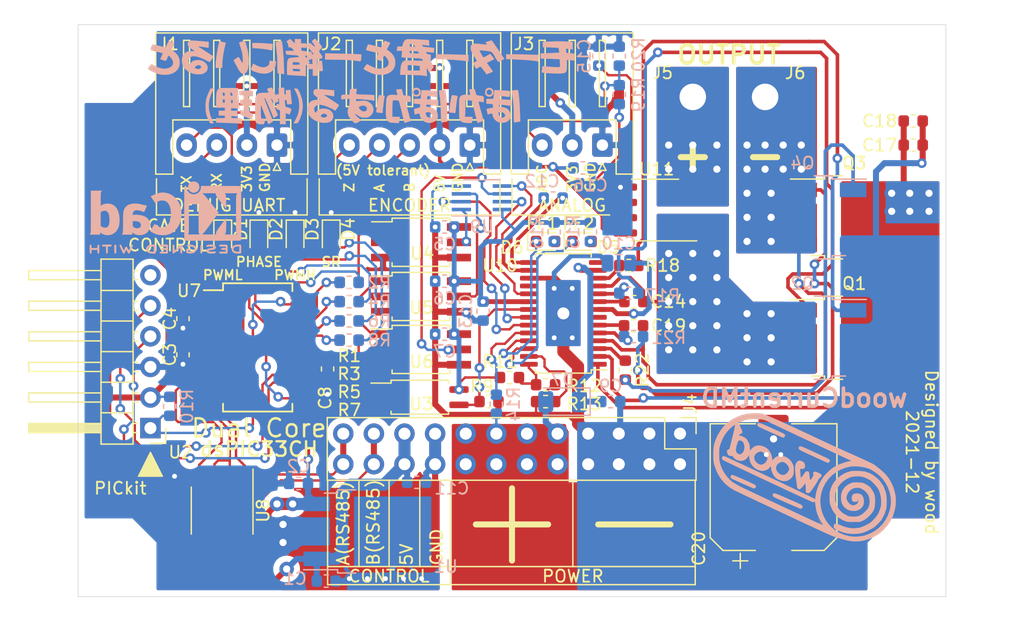
<source format=kicad_pcb>
(kicad_pcb (version 20171130) (host pcbnew "(5.1.6)-1")
  (title_block (title woodCurrentMD))
  (layers (0 F.Cu signal) (31 B.Cu signal) (34 B.Paste user) (35 F.Paste user) (36 B.SilkS user) (37 F.SilkS user) (38 B.Mask user) (39 F.Mask user) (44 Edge.Cuts user))
  (net 0 "")
  (net 1 +5V)
  (net 2 GND)
  (net 3 +3V3)
  (net 4 +5P)
  (net 5 GNDPWR)
  (net 6 +BATT)
  (net 7 "Net-(C10-Pad1)")
  (net 8 "Net-(C12-Pad1)")
  (net 9 "Net-(C12-Pad2)")
  (net 10 /SA)
  (net 11 /CA)
  (net 12 "Net-(C15-Pad1)")
  (net 13 /CB)
  (net 14 /M-)
  (net 15 "Net-(D1-Pad2)")
  (net 16 "Net-(D2-Pad2)")
  (net 17 "Net-(D3-Pad2)")
  (net 18 "Net-(D4-Pad2)")
  (net 19 "Net-(D5-Pad1)")
  (net 20 "Net-(D5-Pad2)")
  (net 21 "Net-(D6-Pad2)")
  (net 22 "Net-(D6-Pad1)")
  (net 23 /DEBUG_RX)
  (net 24 /DEBUG_TX)
  (net 25 /QEI_B)
  (net 26 /QEI_A)
  (net 27 /QEI_INDEX)
  (net 28 /ADC)
  (net 29 /RS485_B)
  (net 30 /RS485_A)
  (net 31 /M+)
  (net 32 "Net-(Q1-Pad1)")
  (net 33 "Net-(Q2-Pad1)")
  (net 34 "Net-(Q3-Pad1)")
  (net 35 "Net-(Q4-Pad1)")
  (net 36 "Net-(R1-Pad1)")
  (net 37 /PIC_PHASE)
  (net 38 /PIC_PWML)
  (net 39 "Net-(R3-Pad1)")
  (net 40 "Net-(R5-Pad1)")
  (net 41 /PIC_PWMH)
  (net 42 "Net-(R7-Pad1)")
  (net 43 /PIC_SR)
  (net 44 /SR)
  (net 45 /MCLR)
  (net 46 "Net-(R11-Pad1)")
  (net 47 "Net-(R13-Pad2)")
  (net 48 "Net-(R14-Pad2)")
  (net 49 /GHA)
  (net 50 /GLA)
  (net 51 /I_SENSE)
  (net 52 "Net-(R19-Pad2)")
  (net 53 /GHB)
  (net 54 /GLB)
  (net 55 /PGD)
  (net 56 /PGC)
  (net 57 "Net-(U2-Pad6)")
  (net 58 "Net-(U4-Pad2)")
  (net 59 "Net-(U4-Pad5)")
  (net 60 "Net-(U5-Pad2)")
  (net 61 "Net-(U5-Pad5)")
  (net 62 "Net-(U6-Pad5)")
  (net 63 "Net-(U6-Pad2)")
  (net 64 "Net-(U7-Pad3)")
  (net 65 "Net-(U7-Pad4)")
  (net 66 /RS485_TX)
  (net 67 /RS485_SW)
  (net 68 /RS485_RX)
  (net 69 "Net-(U7-Pad16)")
  (net 70 "Net-(U7-Pad21)")
  (net 71 "Net-(U7-Pad28)")
  (net 72 /PWMH)
  (net 73 /PWML)
  (net 74 /PHASE)
  (net 75 "Net-(U10-Pad7)")
  (net 76 "Net-(U10-Pad14)")
  (net 77 "Net-(U10-Pad18)")
  (net 78 "Net-(C9-Pad1)")
  (module 0_kicad_wood:logo_motor_pokapoka_36_7mm (layer B.Cu) (at 124.5 107.25 180)
    (fp_text reference G*** hide)
    (fp_text value LOGO hide)
  )
  (module 0_kicad_wood:logo_woodmark_15_11_mm (layer B.Cu) (at 161.25 140 180)
    (fp_text reference G*** hide)
    (fp_text value LOGO hide)
  )
  (module Symbol:KiCad-Logo2_5mm_SilkScreen (layer B.Cu) (at 108.25 118.5 180)
    (fp_text reference REF** hide)
    (fp_text value KiCad-Logo2_5mm_SilkScreen hide)
  )
  (module Connector_JST:JST_XH_S4B-XH-A_1x04_P2.50mm_Horizontal (layer F.Cu) (at 117.5 112.5 180)
    (fp_text reference J1 (at 9 8.4) (layer F.SilkS))
    (fp_text value Conn_01x04)
    (pad 1 thru_hole roundrect (at 0 0 180) (size 1.7 1.95) (drill 0.95) (layers *.Cu *.Mask) (roundrect_rratio 0.147059) (net 2 GND))
    (pad 2 thru_hole oval (at 2.5 0 180) (size 1.7 1.95) (drill 0.95) (layers *.Cu *.Mask) (net 3 +3V3))
    (pad 3 thru_hole oval (at 5 0 180) (size 1.7 1.95) (drill 0.95) (layers *.Cu *.Mask) (net 23 /DEBUG_RX))
    (pad 4 thru_hole oval (at 7.5 0 180) (size 1.7 1.95) (drill 0.95) (layers *.Cu *.Mask) (net 24 /DEBUG_TX))
  )
  (module Connector_PinHeader_2.54mm:PinHeader_1x06_P2.54mm_Horizontal (layer F.Cu) (at 107 136 180)
    (fp_text reference U2 (at -2.5 -2) (layer F.SilkS))
    (fp_text value PICkit3)
    (pad 1 thru_hole rect (at 0 0 180) (size 1.7 1.7) (drill 1) (layers *.Cu *.Mask) (net 45 /MCLR))
    (pad 2 thru_hole oval (at 0 2.54 180) (size 1.7 1.7) (drill 1) (layers *.Cu *.Mask) (net 3 +3V3))
    (pad 3 thru_hole oval (at 0 5.08 180) (size 1.7 1.7) (drill 1) (layers *.Cu *.Mask) (net 2 GND))
    (pad 4 thru_hole oval (at 0 7.62 180) (size 1.7 1.7) (drill 1) (layers *.Cu *.Mask) (net 55 /PGD))
    (pad 5 thru_hole oval (at 0 10.16 180) (size 1.7 1.7) (drill 1) (layers *.Cu *.Mask) (net 56 /PGC))
    (pad 6 thru_hole oval (at 0 12.7 180) (size 1.7 1.7) (drill 1) (layers *.Cu *.Mask) (net 57 "Net-(U2-Pad6)"))
  )
  (module Capacitor_SMD:C_0603_1608Metric (layer B.Cu) (at 121.5875 148.7)
    (fp_text reference C1 (at -2.5875 -0.2) (layer B.SilkS) (effects (justify mirror)))
    (fp_text value 0.1u)
    (pad 2 smd roundrect (at 0.7875 0) (size 0.875 0.95) (layers B.Cu B.Paste B.Mask) (net 2 GND))
    (pad 1 smd roundrect (at -0.7875 0) (size 0.875 0.95) (layers B.Cu B.Paste B.Mask) (net 1 +5V))
  )
  (module MountingHole:MountingHole_3.2mm_M3 (layer F.Cu) (at 104 147)
    (fp_text reference " " (at 0 -4.2) (layer F.SilkS))
    (fp_text value MountingHole_3.2mm_M3)
    (pad 1 np_thru_hole circle (at 0 0) (size 3.2 3.2) (drill 3.2) (layers *.Cu *.Mask))
  )
  (module MountingHole:MountingHole_3.2mm_M3 (layer F.Cu) (at 104 105.5)
    (fp_text reference " " (at 0 -4.2) (layer F.SilkS))
    (fp_text value MountingHole_3.2mm_M3)
    (pad 1 np_thru_hole circle (at 0 0) (size 3.2 3.2) (drill 3.2) (layers *.Cu *.Mask))
  )
  (module MountingHole:MountingHole_3.2mm_M3 (layer F.Cu) (at 170 105.5)
    (fp_text reference " " (at 0 -2) (layer F.SilkS))
    (fp_text value MountingHole_3.2mm_M3)
    (pad 1 np_thru_hole circle (at 0 0) (size 3.2 3.2) (drill 3.2) (layers *.Cu *.Mask))
  )
  (module MountingHole:MountingHole_3.2mm_M3 (layer F.Cu) (at 170 147)
    (fp_text reference " " (at 0 -4.2) (layer F.SilkS))
    (fp_text value MountingHole_3.2mm_M3)
    (pad 1 np_thru_hole circle (at 0 0) (size 3.2 3.2) (drill 3.2) (layers *.Cu *.Mask))
  )
  (module Capacitor_SMD:C_0603_1608Metric (layer B.Cu) (at 119.2875 140.6 180)
    (fp_text reference C2 (at 0 1.43) (layer B.SilkS) (effects (justify mirror)))
    (fp_text value 10u)
    (pad 1 smd roundrect (at -0.7875 0 180) (size 0.875 0.95) (layers B.Cu B.Paste B.Mask) (net 3 +3V3))
    (pad 2 smd roundrect (at 0.7875 0 180) (size 0.875 0.95) (layers B.Cu B.Paste B.Mask) (net 2 GND))
  )
  (module Capacitor_SMD:C_0603_1608Metric (layer F.Cu) (at 109.7 129.9125 270)
    (fp_text reference C3 (at -0.0125 1.1 90) (layer F.SilkS))
    (fp_text value 0.1u)
    (pad 2 smd roundrect (at 0.7875 0 270) (size 0.875 0.95) (layers F.Cu F.Paste F.Mask) (net 2 GND))
    (pad 1 smd roundrect (at -0.7875 0 270) (size 0.875 0.95) (layers F.Cu F.Paste F.Mask) (net 3 +3V3))
  )
  (module Capacitor_SMD:C_0603_1608Metric (layer F.Cu) (at 109.7 126.9125 270)
    (fp_text reference C4 (at 0 1.1 90) (layer F.SilkS))
    (fp_text value 0.1u)
    (pad 1 smd roundrect (at -0.7875 0 270) (size 0.875 0.95) (layers F.Cu F.Paste F.Mask) (net 3 +3V3))
    (pad 2 smd roundrect (at 0.7875 0 270) (size 0.875 0.95) (layers F.Cu F.Paste F.Mask) (net 2 GND))
  )
  (module Capacitor_SMD:C_0603_1608Metric (layer B.Cu) (at 131.4125 119.3)
    (fp_text reference C5 (at 0 1.43) (layer B.SilkS) (effects (justify mirror)))
    (fp_text value 0.1u)
    (pad 1 smd roundrect (at -0.7875 0) (size 0.875 0.95) (layers B.Cu B.Paste B.Mask) (net 5 GNDPWR))
    (pad 2 smd roundrect (at 0.7875 0) (size 0.875 0.95) (layers B.Cu B.Paste B.Mask) (net 4 +5P))
  )
  (module Capacitor_SMD:C_0603_1608Metric (layer B.Cu) (at 131.4125 123.8)
    (fp_text reference C6 (at 0 1.43) (layer B.SilkS) (effects (justify mirror)))
    (fp_text value 0.1u)
    (pad 2 smd roundrect (at 0.7875 0) (size 0.875 0.95) (layers B.Cu B.Paste B.Mask) (net 4 +5P))
    (pad 1 smd roundrect (at -0.7875 0) (size 0.875 0.95) (layers B.Cu B.Paste B.Mask) (net 5 GNDPWR))
  )
  (module Capacitor_SMD:C_0603_1608Metric (layer B.Cu) (at 131.4125 128.2)
    (fp_text reference C7 (at 0 1.43) (layer B.SilkS) (effects (justify mirror)))
    (fp_text value 0.1u)
    (pad 2 smd roundrect (at 0.7875 0) (size 0.875 0.95) (layers B.Cu B.Paste B.Mask) (net 4 +5P))
    (pad 1 smd roundrect (at -0.7875 0) (size 0.875 0.95) (layers B.Cu B.Paste B.Mask) (net 5 GNDPWR))
  )
  (module Capacitor_SMD:C_0603_1608Metric (layer F.Cu) (at 121.7 131.0875 270)
    (fp_text reference C8 (at 2.4125 0.2 90) (layer F.SilkS))
    (fp_text value 0.1u)
    (pad 1 smd roundrect (at -0.7875 0 270) (size 0.875 0.95) (layers F.Cu F.Paste F.Mask) (net 3 +3V3))
    (pad 2 smd roundrect (at 0.7875 0 270) (size 0.875 0.95) (layers F.Cu F.Paste F.Mask) (net 2 GND))
  )
  (module Capacitor_SMD:C_0603_1608Metric (layer B.Cu) (at 145.1875 133.8)
    (fp_text reference C9 (at 0 -1.3) (layer B.SilkS) (effects (justify mirror)))
    (fp_text value 0.1u)
    (pad 1 smd roundrect (at -0.7875 0) (size 0.875 0.95) (layers B.Cu B.Paste B.Mask) (net 78 "Net-(C9-Pad1)"))
    (pad 2 smd roundrect (at 0.7875 0) (size 0.875 0.95) (layers B.Cu B.Paste B.Mask) (net 5 GNDPWR))
  )
  (module Capacitor_SMD:C_0805_2012Metric (layer B.Cu) (at 145.8625 122.3 180)
    (fp_text reference C10 (at 0 1.65) (layer B.SilkS) (effects (justify mirror)))
    (fp_text value 20u)
    (pad 1 smd roundrect (at -0.9375 0 180) (size 0.975 1.4) (layers B.Cu B.Paste B.Mask) (net 7 "Net-(C10-Pad1)"))
    (pad 2 smd roundrect (at 0.9375 0 180) (size 0.975 1.4) (layers B.Cu B.Paste B.Mask) (net 5 GNDPWR))
  )
  (module Capacitor_SMD:C_0603_1608Metric (layer B.Cu) (at 129.0875 140.5)
    (fp_text reference C11 (at 2.9125 0.5) (layer B.SilkS) (effects (justify mirror)))
    (fp_text value 10u)
    (pad 2 smd roundrect (at 0.7875 0) (size 0.875 0.95) (layers B.Cu B.Paste B.Mask) (net 2 GND))
    (pad 1 smd roundrect (at -0.7875 0) (size 0.875 0.95) (layers B.Cu B.Paste B.Mask) (net 1 +5V))
  )
  (module Capacitor_SMD:C_0603_1608Metric (layer B.Cu) (at 140.4125 116.9)
    (fp_text reference C12 (at -0.9125 -1.4) (layer B.SilkS) (effects (justify mirror)))
    (fp_text value 0.47u)
    (pad 2 smd roundrect (at 0.7875 0) (size 0.875 0.95) (layers B.Cu B.Paste B.Mask) (net 9 "Net-(C12-Pad2)"))
    (pad 1 smd roundrect (at -0.7875 0) (size 0.875 0.95) (layers B.Cu B.Paste B.Mask) (net 8 "Net-(C12-Pad1)"))
  )
  (module Capacitor_SMD:C_0603_1608Metric (layer B.Cu) (at 134.6 126.2875 270)
    (fp_text reference C13 (at 0 1.43 270) (layer B.SilkS) (effects (justify mirror)))
    (fp_text value 0.1u)
    (pad 2 smd roundrect (at 0.7875 0 270) (size 0.875 0.95) (layers B.Cu B.Paste B.Mask) (net 5 GNDPWR))
    (pad 1 smd roundrect (at -0.7875 0 270) (size 0.875 0.95) (layers B.Cu B.Paste B.Mask) (net 4 +5P))
  )
  (module Capacitor_SMD:C_0603_1608Metric (layer F.Cu) (at 147.1125 125.5)
    (fp_text reference C14 (at 2.8875 0) (layer F.SilkS))
    (fp_text value 0.1u)
    (pad 1 smd roundrect (at -0.7875 0) (size 0.875 0.95) (layers F.Cu F.Paste F.Mask) (net 11 /CA))
    (pad 2 smd roundrect (at 0.7875 0) (size 0.875 0.95) (layers F.Cu F.Paste F.Mask) (net 10 /SA))
  )
  (module Capacitor_SMD:C_0603_1608Metric (layer B.Cu) (at 144.2 105.1125 90)
    (fp_text reference C15 (at 0 -1.2 270) (layer B.SilkS) (effects (justify mirror)))
    (fp_text value 1n)
    (pad 1 smd roundrect (at -0.7875 0 90) (size 0.875 0.95) (layers B.Cu B.Paste B.Mask) (net 12 "Net-(C15-Pad1)"))
    (pad 2 smd roundrect (at 0.7875 0 90) (size 0.875 0.95) (layers B.Cu B.Paste B.Mask) (net 2 GND))
  )
  (module Capacitor_SMD:C_0603_1608Metric (layer B.Cu) (at 142.8875 114.4)
    (fp_text reference C16 (at 0.6125 1.43) (layer B.SilkS) (effects (justify mirror)))
    (fp_text value 0.1u)
    (pad 1 smd roundrect (at -0.7875 0) (size 0.875 0.95) (layers B.Cu B.Paste B.Mask) (net 1 +5V))
    (pad 2 smd roundrect (at 0.7875 0) (size 0.875 0.95) (layers B.Cu B.Paste B.Mask) (net 2 GND))
  )
  (module Capacitor_SMD:C_0603_1608Metric (layer F.Cu) (at 170.2875 112.5)
    (fp_text reference C17 (at -2.7875 0) (layer F.SilkS))
    (fp_text value 1u)
    (pad 1 smd roundrect (at -0.7875 0) (size 0.875 0.95) (layers F.Cu F.Paste F.Mask) (net 6 +BATT))
    (pad 2 smd roundrect (at 0.7875 0) (size 0.875 0.95) (layers F.Cu F.Paste F.Mask) (net 5 GNDPWR))
  )
  (module Capacitor_SMD:C_0603_1608Metric (layer F.Cu) (at 170.2875 110.5)
    (fp_text reference C18 (at -2.7875 0) (layer F.SilkS))
    (fp_text value 10u)
    (pad 1 smd roundrect (at -0.7875 0) (size 0.875 0.95) (layers F.Cu F.Paste F.Mask) (net 6 +BATT))
    (pad 2 smd roundrect (at 0.7875 0) (size 0.875 0.95) (layers F.Cu F.Paste F.Mask) (net 5 GNDPWR))
  )
  (module Capacitor_SMD:C_0603_1608Metric (layer F.Cu) (at 147.0875 127.5)
    (fp_text reference C19 (at 2.9125 0) (layer F.SilkS))
    (fp_text value 0.1u)
    (pad 2 smd roundrect (at 0.7875 0) (size 0.875 0.95) (layers F.Cu F.Paste F.Mask) (net 14 /M-))
    (pad 1 smd roundrect (at -0.7875 0) (size 0.875 0.95) (layers F.Cu F.Paste F.Mask) (net 13 /CB))
  )
  (module Capacitor_SMD:CP_Elec_10x10 (layer F.Cu) (at 158.7 140.9 90)
    (fp_text reference C20 (at -5.1 -6.2 90) (layer F.SilkS))
    (fp_text value 220u)
    (pad 1 smd roundrect (at -4 0 90) (size 4 2.5) (layers F.Cu F.Paste F.Mask) (roundrect_rratio 0.1) (net 6 +BATT))
    (pad 2 smd roundrect (at 4 0 90) (size 4 2.5) (layers F.Cu F.Paste F.Mask) (roundrect_rratio 0.1) (net 5 GNDPWR))
  )
  (module LED_SMD:LED_0603_1608Metric (layer F.Cu) (at 113 120.2125 270)
    (fp_text reference D1 (at -0.7125 -1.5 90) (layer F.SilkS))
    (fp_text value LED)
    (pad 1 smd roundrect (at -0.7875 0 270) (size 0.875 0.95) (layers F.Cu F.Paste F.Mask) (net 2 GND))
    (pad 2 smd roundrect (at 0.7875 0 270) (size 0.875 0.95) (layers F.Cu F.Paste F.Mask) (net 15 "Net-(D1-Pad2)"))
  )
  (module LED_SMD:LED_0603_1608Metric (layer F.Cu) (at 116 120.2125 270)
    (fp_text reference D2 (at -0.7125 -1.43 90) (layer F.SilkS))
    (fp_text value LED)
    (pad 2 smd roundrect (at 0.7875 0 270) (size 0.875 0.95) (layers F.Cu F.Paste F.Mask) (net 16 "Net-(D2-Pad2)"))
    (pad 1 smd roundrect (at -0.7875 0 270) (size 0.875 0.95) (layers F.Cu F.Paste F.Mask) (net 2 GND))
  )
  (module LED_SMD:LED_0603_1608Metric (layer F.Cu) (at 119 120.2125 270)
    (fp_text reference D3 (at -0.7125 -1.43 90) (layer F.SilkS))
    (fp_text value LED)
    (pad 1 smd roundrect (at -0.7875 0 270) (size 0.875 0.95) (layers F.Cu F.Paste F.Mask) (net 2 GND))
    (pad 2 smd roundrect (at 0.7875 0 270) (size 0.875 0.95) (layers F.Cu F.Paste F.Mask) (net 17 "Net-(D3-Pad2)"))
  )
  (module LED_SMD:LED_0603_1608Metric (layer F.Cu) (at 122 120.2125 270)
    (fp_text reference D4 (at -0.7125 -1.43 90) (layer F.SilkS))
    (fp_text value LED)
    (pad 2 smd roundrect (at 0.7875 0 270) (size 0.875 0.95) (layers F.Cu F.Paste F.Mask) (net 18 "Net-(D4-Pad2)"))
    (pad 1 smd roundrect (at -0.7875 0 270) (size 0.875 0.95) (layers F.Cu F.Paste F.Mask) (net 2 GND))
  )
  (module LED_SMD:LED_0603_1608Metric (layer F.Cu) (at 142.8125 120.5)
    (fp_text reference D5 (at 2.1875 0.5) (layer F.SilkS))
    (fp_text value LED)
    (pad 1 smd roundrect (at -0.7875 0) (size 0.875 0.95) (layers F.Cu F.Paste F.Mask) (net 19 "Net-(D5-Pad1)"))
    (pad 2 smd roundrect (at 0.7875 0) (size 0.875 0.95) (layers F.Cu F.Paste F.Mask) (net 20 "Net-(D5-Pad2)"))
  )
  (module LED_SMD:LED_0603_1608Metric (layer F.Cu) (at 139.7875 120.5)
    (fp_text reference D6 (at -2.7875 0.5) (layer F.SilkS))
    (fp_text value LED)
    (pad 1 smd roundrect (at -0.7875 0) (size 0.875 0.95) (layers F.Cu F.Paste F.Mask) (net 22 "Net-(D6-Pad1)"))
    (pad 2 smd roundrect (at 0.7875 0) (size 0.875 0.95) (layers F.Cu F.Paste F.Mask) (net 21 "Net-(D6-Pad2)"))
  )
  (module Connector_JST:JST_XH_S5B-XH-A_1x05_P2.50mm_Horizontal (layer F.Cu) (at 133.5 112.5 180)
    (fp_text reference J2 (at 11.5 8.4) (layer F.SilkS))
    (fp_text value Conn_01x05)
    (pad 5 thru_hole oval (at 10 0 180) (size 1.7 1.95) (drill 0.95) (layers *.Cu *.Mask) (net 27 /QEI_INDEX))
    (pad 4 thru_hole oval (at 7.5 0 180) (size 1.7 1.95) (drill 0.95) (layers *.Cu *.Mask) (net 26 /QEI_A))
    (pad 3 thru_hole oval (at 5 0 180) (size 1.7 1.95) (drill 0.95) (layers *.Cu *.Mask) (net 25 /QEI_B))
    (pad 2 thru_hole oval (at 2.5 0 180) (size 1.7 1.95) (drill 0.95) (layers *.Cu *.Mask) (net 1 +5V))
    (pad 1 thru_hole roundrect (at 0 0 180) (size 1.7 1.95) (drill 0.95) (layers *.Cu *.Mask) (roundrect_rratio 0.147059) (net 2 GND))
  )
  (module Connector_JST:JST_XH_S3B-XH-A_1x03_P2.50mm_Horizontal (layer F.Cu) (at 144.5 112.5 180)
    (fp_text reference J3 (at 6.5 8.4) (layer F.SilkS))
    (fp_text value Conn_01x03)
    (pad 1 thru_hole roundrect (at 0 0 180) (size 1.7 1.95) (drill 0.95) (layers *.Cu *.Mask) (roundrect_rratio 0.147059) (net 2 GND))
    (pad 2 thru_hole oval (at 2.5 0 180) (size 1.7 1.95) (drill 0.95) (layers *.Cu *.Mask) (net 3 +3V3))
    (pad 3 thru_hole oval (at 5 0 180) (size 1.7 1.95) (drill 0.95) (layers *.Cu *.Mask) (net 28 /ADC))
  )
  (module Package_TO_SOT_SMD:TO-252-2 (layer F.Cu) (at 165.4 128.5)
    (fp_text reference Q1 (at 0 -4.5) (layer F.SilkS))
    (fp_text value Q_NMOS_GDS)
    (pad 2 smd rect (at 2.1 0) (size 6.4 5.8) (layers F.Cu F.Mask) (net 6 +BATT))
    (pad 3 smd rect (at -4.2 2.28) (size 2.2 1.2) (layers F.Cu F.Paste F.Mask) (net 10 /SA))
    (pad 1 smd rect (at -4.2 -2.28) (size 2.2 1.2) (layers F.Cu F.Paste F.Mask) (net 32 "Net-(Q1-Pad1)"))
  )
  (module Package_TO_SOT_SMD:TO-252-2 (layer B.Cu) (at 161.1 128.5 180)
    (fp_text reference Q2 (at 0 4.5) (layer B.SilkS) (effects (justify mirror)))
    (fp_text value Q_NMOS_GDS)
    (pad 1 smd rect (at -4.2 2.28 180) (size 2.2 1.2) (layers B.Cu B.Paste B.Mask) (net 33 "Net-(Q2-Pad1)"))
    (pad 3 smd rect (at -4.2 -2.28 180) (size 2.2 1.2) (layers B.Cu B.Paste B.Mask) (net 5 GNDPWR))
    (pad 2 smd rect (at 2.1 0 180) (size 6.4 5.8) (layers B.Cu B.Mask) (net 10 /SA))
  )
  (module Package_TO_SOT_SMD:TO-252-2 (layer F.Cu) (at 165.4 118.5)
    (fp_text reference Q3 (at 0 -4.5) (layer F.SilkS))
    (fp_text value Q_NMOS_GDS)
    (pad 1 smd rect (at -4.2 -2.28) (size 2.2 1.2) (layers F.Cu F.Paste F.Mask) (net 34 "Net-(Q3-Pad1)"))
    (pad 3 smd rect (at -4.2 2.28) (size 2.2 1.2) (layers F.Cu F.Paste F.Mask) (net 14 /M-))
    (pad 2 smd rect (at 2.1 0) (size 6.4 5.8) (layers F.Cu F.Mask) (net 6 +BATT))
  )
  (module Package_TO_SOT_SMD:TO-252-2 (layer B.Cu) (at 161.1 118.5 180)
    (fp_text reference Q4 (at 0 4.5) (layer B.SilkS) (effects (justify mirror)))
    (fp_text value Q_NMOS_GDS)
    (pad 2 smd rect (at 2.1 0 180) (size 6.4 5.8) (layers B.Cu B.Mask) (net 14 /M-))
    (pad 3 smd rect (at -4.2 -2.28 180) (size 2.2 1.2) (layers B.Cu B.Paste B.Mask) (net 5 GNDPWR))
    (pad 1 smd rect (at -4.2 2.28 180) (size 2.2 1.2) (layers B.Cu B.Paste B.Mask) (net 35 "Net-(Q4-Pad1)"))
  )
  (module Resistor_SMD:R_0603_1608Metric (layer F.Cu) (at 123.4875 123.9 180)
    (fp_text reference R1 (at -0.0125 -6.1) (layer F.SilkS))
    (fp_text value 1k)
    (pad 1 smd roundrect (at -0.7875 0 180) (size 0.875 0.95) (layers F.Cu F.Paste F.Mask) (net 36 "Net-(R1-Pad1)"))
    (pad 2 smd roundrect (at 0.7875 0 180) (size 0.875 0.95) (layers F.Cu F.Paste F.Mask) (net 38 /PIC_PWML))
  )
  (module Resistor_SMD:R_0603_1608Metric (layer B.Cu) (at 123.4875 123.9 180)
    (fp_text reference R2 (at -2.5125 0) (layer B.SilkS) (effects (justify mirror)))
    (fp_text value 1k)
    (pad 1 smd roundrect (at -0.7875 0 180) (size 0.875 0.95) (layers B.Cu B.Paste B.Mask) (net 15 "Net-(D1-Pad2)"))
    (pad 2 smd roundrect (at 0.7875 0 180) (size 0.875 0.95) (layers B.Cu B.Paste B.Mask) (net 38 /PIC_PWML))
  )
  (module Resistor_SMD:R_0603_1608Metric (layer F.Cu) (at 123.4875 125.5 180)
    (fp_text reference R3 (at 0 -6) (layer F.SilkS))
    (fp_text value 1k)
    (pad 1 smd roundrect (at -0.7875 0 180) (size 0.875 0.95) (layers F.Cu F.Paste F.Mask) (net 39 "Net-(R3-Pad1)"))
    (pad 2 smd roundrect (at 0.7875 0 180) (size 0.875 0.95) (layers F.Cu F.Paste F.Mask) (net 37 /PIC_PHASE))
  )
  (module Resistor_SMD:R_0603_1608Metric (layer B.Cu) (at 123.4875 125.5 180)
    (fp_text reference R4 (at -2.5125 0) (layer B.SilkS) (effects (justify mirror)))
    (fp_text value 1k)
    (pad 1 smd roundrect (at -0.7875 0 180) (size 0.875 0.95) (layers B.Cu B.Paste B.Mask) (net 16 "Net-(D2-Pad2)"))
    (pad 2 smd roundrect (at 0.7875 0 180) (size 0.875 0.95) (layers B.Cu B.Paste B.Mask) (net 37 /PIC_PHASE))
  )
  (module Resistor_SMD:R_0603_1608Metric (layer F.Cu) (at 123.4875 127.1 180)
    (fp_text reference R5 (at -0.0125 -5.9) (layer F.SilkS))
    (fp_text value 1k)
    (pad 2 smd roundrect (at 0.7875 0 180) (size 0.875 0.95) (layers F.Cu F.Paste F.Mask) (net 41 /PIC_PWMH))
    (pad 1 smd roundrect (at -0.7875 0 180) (size 0.875 0.95) (layers F.Cu F.Paste F.Mask) (net 40 "Net-(R5-Pad1)"))
  )
  (module Resistor_SMD:R_0603_1608Metric (layer B.Cu) (at 123.4875 127.1 180)
    (fp_text reference R6 (at -2.5125 0) (layer B.SilkS) (effects (justify mirror)))
    (fp_text value 1k)
    (pad 2 smd roundrect (at 0.7875 0 180) (size 0.875 0.95) (layers B.Cu B.Paste B.Mask) (net 41 /PIC_PWMH))
    (pad 1 smd roundrect (at -0.7875 0 180) (size 0.875 0.95) (layers B.Cu B.Paste B.Mask) (net 17 "Net-(D3-Pad2)"))
  )
  (module Resistor_SMD:R_0603_1608Metric (layer F.Cu) (at 123.4875 128.7 180)
    (fp_text reference R7 (at -0.0125 -5.8) (layer F.SilkS))
    (fp_text value 1k)
    (pad 2 smd roundrect (at 0.7875 0 180) (size 0.875 0.95) (layers F.Cu F.Paste F.Mask) (net 43 /PIC_SR))
    (pad 1 smd roundrect (at -0.7875 0 180) (size 0.875 0.95) (layers F.Cu F.Paste F.Mask) (net 42 "Net-(R7-Pad1)"))
  )
  (module Resistor_SMD:R_0603_1608Metric (layer B.Cu) (at 123.4875 128.7 180)
    (fp_text reference R8 (at -2.5125 0) (layer B.SilkS) (effects (justify mirror)))
    (fp_text value 1k)
    (pad 1 smd roundrect (at -0.7875 0 180) (size 0.875 0.95) (layers B.Cu B.Paste B.Mask) (net 18 "Net-(D4-Pad2)"))
    (pad 2 smd roundrect (at 0.7875 0 180) (size 0.875 0.95) (layers B.Cu B.Paste B.Mask) (net 43 /PIC_SR))
  )
  (module Resistor_SMD:R_0603_1608Metric (layer F.Cu) (at 135.0875 133.8 180)
    (fp_text reference R9 (at 0.5875 1.3) (layer F.SilkS))
    (fp_text value 10k)
    (pad 1 smd roundrect (at -0.7875 0 180) (size 0.875 0.95) (layers F.Cu F.Paste F.Mask) (net 5 GNDPWR))
    (pad 2 smd roundrect (at 0.7875 0 180) (size 0.875 0.95) (layers F.Cu F.Paste F.Mask) (net 44 /SR))
  )
  (module Resistor_SMD:R_0603_1608Metric (layer B.Cu) (at 108.6 134.1875 90)
    (fp_text reference R10 (at 0 1.43 270) (layer B.SilkS) (effects (justify mirror)))
    (fp_text value 10k)
    (pad 1 smd roundrect (at -0.7875 0 90) (size 0.875 0.95) (layers B.Cu B.Paste B.Mask) (net 45 /MCLR))
    (pad 2 smd roundrect (at 0.7875 0 90) (size 0.875 0.95) (layers B.Cu B.Paste B.Mask) (net 3 +3V3))
  )
  (module Resistor_SMD:R_0603_1608Metric (layer F.Cu) (at 136.7875 131.8 180)
    (fp_text reference R11 (at 0.7875 1.3) (layer F.SilkS))
    (fp_text value 10k)
    (pad 1 smd roundrect (at -0.7875 0 180) (size 0.875 0.95) (layers F.Cu F.Paste F.Mask) (net 46 "Net-(R11-Pad1)"))
    (pad 2 smd roundrect (at 0.7875 0 180) (size 0.875 0.95) (layers F.Cu F.Paste F.Mask) (net 4 +5P))
  )
  (module Resistor_SMD:R_0603_1608Metric (layer F.Cu) (at 139.7875 132.4 180)
    (fp_text reference R12 (at -3.2125 -0.1) (layer F.SilkS))
    (fp_text value 3.3k)
    (pad 1 smd roundrect (at -0.7875 0 180) (size 0.875 0.95) (layers F.Cu F.Paste F.Mask) (net 5 GNDPWR))
    (pad 2 smd roundrect (at 0.7875 0 180) (size 0.875 0.95) (layers F.Cu F.Paste F.Mask) (net 46 "Net-(R11-Pad1)"))
  )
  (module Resistor_SMD:R_0603_1608Metric (layer F.Cu) (at 139.7875 133.8)
    (fp_text reference R13 (at 3.2125 0.2) (layer F.SilkS))
    (fp_text value 3.3k)
    (pad 2 smd roundrect (at 0.7875 0) (size 0.875 0.95) (layers F.Cu F.Paste F.Mask) (net 47 "Net-(R13-Pad2)"))
    (pad 1 smd roundrect (at -0.7875 0) (size 0.875 0.95) (layers F.Cu F.Paste F.Mask) (net 5 GNDPWR))
  )
  (module Resistor_SMD:R_0603_1608Metric (layer B.Cu) (at 135.7 134.0125 90)
    (fp_text reference R14 (at 0 1.43 270) (layer B.SilkS) (effects (justify mirror)))
    (fp_text value 10k)
    (pad 1 smd roundrect (at -0.7875 0 90) (size 0.875 0.95) (layers B.Cu B.Paste B.Mask) (net 6 +BATT))
    (pad 2 smd roundrect (at 0.7875 0 90) (size 0.875 0.95) (layers B.Cu B.Paste B.Mask) (net 48 "Net-(R14-Pad2)"))
  )
  (module Resistor_SMD:R_0603_1608Metric (layer B.Cu) (at 143.5 119.7125 270)
    (fp_text reference R15 (at 0 1.43 90) (layer B.SilkS) (effects (justify mirror)))
    (fp_text value 1k)
    (pad 2 smd roundrect (at 0.7875 0 270) (size 0.875 0.95) (layers B.Cu B.Paste B.Mask) (net 20 "Net-(D5-Pad2)"))
    (pad 1 smd roundrect (at -0.7875 0 270) (size 0.875 0.95) (layers B.Cu B.Paste B.Mask) (net 4 +5P))
  )
  (module Resistor_SMD:R_0603_1608Metric (layer B.Cu) (at 140.5 119.7125 270)
    (fp_text reference R16 (at 0 1.43 270) (layer B.SilkS) (effects (justify mirror)))
    (fp_text value 1k)
    (pad 2 smd roundrect (at 0.7875 0 270) (size 0.875 0.95) (layers B.Cu B.Paste B.Mask) (net 21 "Net-(D6-Pad2)"))
    (pad 1 smd roundrect (at -0.7875 0 270) (size 0.875 0.95) (layers B.Cu B.Paste B.Mask) (net 4 +5P))
  )
  (module Resistor_SMD:R_0603_1608Metric (layer B.Cu) (at 146.6875 124.8 180)
    (fp_text reference R17 (at -2.8125 -0.2) (layer B.SilkS) (effects (justify mirror)))
    (fp_text value 20)
    (pad 2 smd roundrect (at 0.7875 0 180) (size 0.875 0.95) (layers B.Cu B.Paste B.Mask) (net 49 /GHA))
    (pad 1 smd roundrect (at -0.7875 0 180) (size 0.875 0.95) (layers B.Cu B.Paste B.Mask) (net 32 "Net-(Q1-Pad1)"))
  )
  (module Resistor_SMD:R_0603_1608Metric (layer F.Cu) (at 146.6875 122.5 180)
    (fp_text reference R18 (at -2.8125 0) (layer F.SilkS))
    (fp_text value 20)
    (pad 1 smd roundrect (at -0.7875 0 180) (size 0.875 0.95) (layers F.Cu F.Paste F.Mask) (net 33 "Net-(Q2-Pad1)"))
    (pad 2 smd roundrect (at 0.7875 0 180) (size 0.875 0.95) (layers F.Cu F.Paste F.Mask) (net 50 /GLA))
  )
  (module Resistor_SMD:R_0603_1608Metric (layer B.Cu) (at 145.9 108.3125 270)
    (fp_text reference R19 (at 0 -1.6 270) (layer B.SilkS) (effects (justify mirror)))
    (fp_text value 4.7k)
    (pad 1 smd roundrect (at -0.7875 0 270) (size 0.875 0.95) (layers B.Cu B.Paste B.Mask) (net 51 /I_SENSE))
    (pad 2 smd roundrect (at 0.7875 0 270) (size 0.875 0.95) (layers B.Cu B.Paste B.Mask) (net 52 "Net-(R19-Pad2)"))
  )
  (module Resistor_SMD:R_0603_1608Metric (layer B.Cu) (at 145.9 105.1125 270)
    (fp_text reference R20 (at -0.1125 -1.6 90) (layer B.SilkS) (effects (justify mirror)))
    (fp_text value 10k)
    (pad 2 smd roundrect (at 0.7875 0 270) (size 0.875 0.95) (layers B.Cu B.Paste B.Mask) (net 51 /I_SENSE))
    (pad 1 smd roundrect (at -0.7875 0 270) (size 0.875 0.95) (layers B.Cu B.Paste B.Mask) (net 2 GND))
  )
  (module Resistor_SMD:R_0603_1608Metric (layer B.Cu) (at 147.0875 128.4)
    (fp_text reference R21 (at 2.9125 0.1) (layer B.SilkS) (effects (justify mirror)))
    (fp_text value 20)
    (pad 1 smd roundrect (at -0.7875 0) (size 0.875 0.95) (layers B.Cu B.Paste B.Mask) (net 53 /GHB))
    (pad 2 smd roundrect (at 0.7875 0) (size 0.875 0.95) (layers B.Cu B.Paste B.Mask) (net 34 "Net-(Q3-Pad1)"))
  )
  (module Resistor_SMD:R_0603_1608Metric (layer F.Cu) (at 146.4 131.1875 270)
    (fp_text reference R22 (at 0 -1.43 90) (layer F.SilkS))
    (fp_text value 20)
    (pad 1 smd roundrect (at -0.7875 0 270) (size 0.875 0.95) (layers F.Cu F.Paste F.Mask) (net 54 /GLB))
    (pad 2 smd roundrect (at 0.7875 0 270) (size 0.875 0.95) (layers F.Cu F.Paste F.Mask) (net 35 "Net-(Q4-Pad1)"))
  )
  (module Package_TO_SOT_SMD:TO-252-2 (layer B.Cu) (at 125 144.58)
    (fp_text reference U1 (at 6.5 2.92) (layer B.SilkS) (effects (justify mirror)))
    (fp_text value NJM2845)
    (pad 1 smd rect (at -4.2 2.28) (size 2.2 1.2) (layers B.Cu B.Paste B.Mask) (net 1 +5V))
    (pad 3 smd rect (at -4.2 -2.28) (size 2.2 1.2) (layers B.Cu B.Paste B.Mask) (net 3 +3V3))
    (pad 2 smd rect (at 2.1 0) (size 6.4 5.8) (layers B.Cu B.Mask) (net 2 GND))
  )
  (module Package_SO:SOIC-4_4.55x2.6mm_P1.27mm (layer F.Cu) (at 129.35 133.435)
    (fp_text reference U3 (at 0.15 0.565) (layer F.SilkS))
    (fp_text value TLP291)
    (pad 1 smd roundrect (at -3.25 -0.635) (size 1.6 0.55) (layers F.Cu F.Paste F.Mask) (net 42 "Net-(R7-Pad1)"))
    (pad 2 smd roundrect (at -3.25 0.635) (size 1.6 0.55) (layers F.Cu F.Paste F.Mask) (net 2 GND))
    (pad 3 smd roundrect (at 3.25 0.635) (size 1.6 0.55) (layers F.Cu F.Paste F.Mask) (net 44 /SR))
    (pad 4 smd roundrect (at 3.25 -0.635) (size 1.6 0.55) (layers F.Cu F.Paste F.Mask) (net 4 +5P))
  )
  (module Package_SO:SO-6_4.4x3.6mm_P1.27mm (layer F.Cu) (at 129.45 120.57)
    (fp_text reference U4 (at 0.1 0.93) (layer F.SilkS))
    (fp_text value TLP2361)
    (pad 6 smd rect (at 3.15 -1.27) (size 2 0.64) (layers F.Cu F.Paste F.Mask) (net 4 +5P))
    (pad 5 smd rect (at 3.15 0) (size 2 0.64) (layers F.Cu F.Paste F.Mask) (net 59 "Net-(U4-Pad5)"))
    (pad 4 smd rect (at 3.15 1.27) (size 2 0.64) (layers F.Cu F.Paste F.Mask) (net 5 GNDPWR))
    (pad 3 smd rect (at -3.15 1.27) (size 2 0.64) (layers F.Cu F.Paste F.Mask) (net 2 GND))
    (pad 2 smd rect (at -3.15 0) (size 2 0.64) (layers F.Cu F.Paste F.Mask) (net 58 "Net-(U4-Pad2)"))
    (pad 1 smd rect (at -3.15 -1.27) (size 2 0.64) (layers F.Cu F.Paste F.Mask) (net 36 "Net-(R1-Pad1)"))
  )
  (module Package_SO:SO-6_4.4x3.6mm_P1.27mm (layer F.Cu) (at 129.45 125.07)
    (fp_text reference U5 (at 0.05 0.93) (layer F.SilkS))
    (fp_text value TLP2361)
    (pad 6 smd rect (at 3.15 -1.27) (size 2 0.64) (layers F.Cu F.Paste F.Mask) (net 4 +5P))
    (pad 5 smd rect (at 3.15 0) (size 2 0.64) (layers F.Cu F.Paste F.Mask) (net 61 "Net-(U5-Pad5)"))
    (pad 4 smd rect (at 3.15 1.27) (size 2 0.64) (layers F.Cu F.Paste F.Mask) (net 5 GNDPWR))
    (pad 3 smd rect (at -3.15 1.27) (size 2 0.64) (layers F.Cu F.Paste F.Mask) (net 2 GND))
    (pad 2 smd rect (at -3.15 0) (size 2 0.64) (layers F.Cu F.Paste F.Mask) (net 60 "Net-(U5-Pad2)"))
    (pad 1 smd rect (at -3.15 -1.27) (size 2 0.64) (layers F.Cu F.Paste F.Mask) (net 39 "Net-(R3-Pad1)"))
  )
  (module Package_SO:SO-6_4.4x3.6mm_P1.27mm (layer F.Cu) (at 129.45 129.47)
    (fp_text reference U6 (at 0.05 1.03) (layer F.SilkS))
    (fp_text value TLP2361)
    (pad 1 smd rect (at -3.15 -1.27) (size 2 0.64) (layers F.Cu F.Paste F.Mask) (net 40 "Net-(R5-Pad1)"))
    (pad 2 smd rect (at -3.15 0) (size 2 0.64) (layers F.Cu F.Paste F.Mask) (net 63 "Net-(U6-Pad2)"))
    (pad 3 smd rect (at -3.15 1.27) (size 2 0.64) (layers F.Cu F.Paste F.Mask) (net 2 GND))
    (pad 4 smd rect (at 3.15 1.27) (size 2 0.64) (layers F.Cu F.Paste F.Mask) (net 5 GNDPWR))
    (pad 5 smd rect (at 3.15 0) (size 2 0.64) (layers F.Cu F.Paste F.Mask) (net 62 "Net-(U6-Pad5)"))
    (pad 6 smd rect (at 3.15 -1.27) (size 2 0.64) (layers F.Cu F.Paste F.Mask) (net 4 +5P))
  )
  (module Package_SO:SSOP-28_5.3x10.2mm_P0.65mm (layer F.Cu) (at 115.9 129.3)
    (fp_text reference U7 (at -5.7 -4.7) (layer F.SilkS))
    (fp_text value dsPIC33CH64MP202T)
    (pad 28 smd rect (at 3.6 -4.225) (size 1.75 0.45) (layers F.Cu F.Paste F.Mask) (net 71 "Net-(U7-Pad28)"))
    (pad 27 smd rect (at 3.6 -3.575) (size 1.75 0.45) (layers F.Cu F.Paste F.Mask) (net 45 /MCLR))
    (pad 26 smd rect (at 3.6 -2.925) (size 1.75 0.45) (layers F.Cu F.Paste F.Mask) (net 38 /PIC_PWML))
    (pad 25 smd rect (at 3.6 -2.275) (size 1.75 0.45) (layers F.Cu F.Paste F.Mask) (net 37 /PIC_PHASE))
    (pad 24 smd rect (at 3.6 -1.625) (size 1.75 0.45) (layers F.Cu F.Paste F.Mask) (net 41 /PIC_PWMH))
    (pad 23 smd rect (at 3.6 -0.975) (size 1.75 0.45) (layers F.Cu F.Paste F.Mask) (net 43 /PIC_SR))
    (pad 22 smd rect (at 3.6 -0.325) (size 1.75 0.45) (layers F.Cu F.Paste F.Mask) (net 25 /QEI_B))
    (pad 21 smd rect (at 3.6 0.325) (size 1.75 0.45) (layers F.Cu F.Paste F.Mask) (net 70 "Net-(U7-Pad21)"))
    (pad 20 smd rect (at 3.6 0.975) (size 1.75 0.45) (layers F.Cu F.Paste F.Mask) (net 3 +3V3))
    (pad 19 smd rect (at 3.6 1.625) (size 1.75 0.45) (layers F.Cu F.Paste F.Mask) (net 2 GND))
    (pad 18 smd rect (at 3.6 2.275) (size 1.75 0.45) (layers F.Cu F.Paste F.Mask) (net 56 /PGC))
    (pad 17 smd rect (at 3.6 2.925) (size 1.75 0.45) (layers F.Cu F.Paste F.Mask) (net 55 /PGD))
    (pad 16 smd rect (at 3.6 3.575) (size 1.75 0.45) (layers F.Cu F.Paste F.Mask) (net 69 "Net-(U7-Pad16)"))
    (pad 15 smd rect (at 3.6 4.225) (size 1.75 0.45) (layers F.Cu F.Paste F.Mask) (net 26 /QEI_A))
    (pad 14 smd rect (at -3.6 4.225) (size 1.75 0.45) (layers F.Cu F.Paste F.Mask) (net 27 /QEI_INDEX))
    (pad 13 smd rect (at -3.6 3.575) (size 1.75 0.45) (layers F.Cu F.Paste F.Mask) (net 68 /RS485_RX))
    (pad 12 smd rect (at -3.6 2.925) (size 1.75 0.45) (layers F.Cu F.Paste F.Mask) (net 67 /RS485_SW))
    (pad 11 smd rect (at -3.6 2.275) (size 1.75 0.45) (layers F.Cu F.Paste F.Mask) (net 66 /RS485_TX))
    (pad 10 smd rect (at -3.6 1.625) (size 1.75 0.45) (layers F.Cu F.Paste F.Mask) (net 24 /DEBUG_TX))
    (pad 9 smd rect (at -3.6 0.975) (size 1.75 0.45) (layers F.Cu F.Paste F.Mask) (net 23 /DEBUG_RX))
    (pad 8 smd rect (at -3.6 0.325) (size 1.75 0.45) (layers F.Cu F.Paste F.Mask) (net 2 GND))
    (pad 7 smd rect (at -3.6 -0.325) (size 1.75 0.45) (layers F.Cu F.Paste F.Mask) (net 3 +3V3))
    (pad 6 smd rect (at -3.6 -0.975) (size 1.75 0.45) (layers F.Cu F.Paste F.Mask) (net 2 GND))
    (pad 5 smd rect (at -3.6 -1.625) (size 1.75 0.45) (layers F.Cu F.Paste F.Mask) (net 3 +3V3))
    (pad 4 smd rect (at -3.6 -2.275) (size 1.75 0.45) (layers F.Cu F.Paste F.Mask) (net 65 "Net-(U7-Pad4)"))
    (pad 3 smd rect (at -3.6 -2.925) (size 1.75 0.45) (layers F.Cu F.Paste F.Mask) (net 64 "Net-(U7-Pad3)"))
    (pad 2 smd rect (at -3.6 -3.575) (size 1.75 0.45) (layers F.Cu F.Paste F.Mask) (net 51 /I_SENSE))
    (pad 1 smd rect (at -3.6 -4.225) (size 1.75 0.45) (layers F.Cu F.Paste F.Mask) (net 28 /ADC))
  )
  (module Package_SO:SOIC-8_3.9x4.9mm_P1.27mm (layer F.Cu) (at 112.95 142.85 270)
    (fp_text reference U8 (at 0 -3.4 90) (layer F.SilkS))
    (fp_text value MAX3485)
    (pad 8 smd roundrect (at 2.475 -1.905 270) (size 1.95 0.6) (layers F.Cu F.Paste F.Mask) (net 3 +3V3))
    (pad 7 smd roundrect (at 2.475 -0.635 270) (size 1.95 0.6) (layers F.Cu F.Paste F.Mask) (net 29 /RS485_B))
    (pad 6 smd roundrect (at 2.475 0.635 270) (size 1.95 0.6) (layers F.Cu F.Paste F.Mask) (net 30 /RS485_A))
    (pad 5 smd roundrect (at 2.475 1.905 270) (size 1.95 0.6) (layers F.Cu F.Paste F.Mask) (net 2 GND))
    (pad 4 smd roundrect (at -2.475 1.905 270) (size 1.95 0.6) (layers F.Cu F.Paste F.Mask) (net 66 /RS485_TX))
    (pad 3 smd roundrect (at -2.475 0.635 270) (size 1.95 0.6) (layers F.Cu F.Paste F.Mask) (net 67 /RS485_SW))
    (pad 2 smd roundrect (at -2.475 -0.635 270) (size 1.95 0.6) (layers F.Cu F.Paste F.Mask) (net 67 /RS485_SW))
    (pad 1 smd roundrect (at -2.475 -1.905 270) (size 1.95 0.6) (layers F.Cu F.Paste F.Mask) (net 68 /RS485_RX))
  )
  (module Package_SO:SSOP-8_2.95x2.8mm_P0.65mm (layer B.Cu) (at 134.5 116.875)
    (fp_text reference U9 (at 0 2.4) (layer B.SilkS) (effects (justify mirror)))
    (fp_text value TC7WU04Fx)
    (pad 1 smd rect (at -1.7 0.975 90) (size 0.3 1.6) (layers B.Cu B.Paste B.Mask) (net 59 "Net-(U4-Pad5)"))
    (pad 2 smd rect (at -1.7 0.325 90) (size 0.3 1.6) (layers B.Cu B.Paste B.Mask) (net 72 /PWMH))
    (pad 3 smd rect (at -1.7 -0.325 90) (size 0.3 1.6) (layers B.Cu B.Paste B.Mask) (net 61 "Net-(U5-Pad5)"))
    (pad 4 smd rect (at -1.7 -0.975 90) (size 0.3 1.6) (layers B.Cu B.Paste B.Mask) (net 5 GNDPWR))
    (pad 5 smd rect (at 1.7 -0.975 90) (size 0.3 1.6) (layers B.Cu B.Paste B.Mask) (net 74 /PHASE))
    (pad 6 smd rect (at 1.7 -0.325 90) (size 0.3 1.6) (layers B.Cu B.Paste B.Mask) (net 62 "Net-(U6-Pad5)"))
    (pad 7 smd rect (at 1.7 0.325 90) (size 0.3 1.6) (layers B.Cu B.Paste B.Mask) (net 73 /PWML))
    (pad 8 smd rect (at 1.7 0.975 90) (size 0.3 1.6) (layers B.Cu B.Paste B.Mask) (net 4 +5P))
  )
  (module Package_SO:HTSSOP-28-1EP_4.4x9.7mm_P0.65mm_EP2.85x5.4mm (layer F.Cu) (at 141.2625 126.475 180)
    (fp_text reference U10 (at 5.2625 3.975) (layer F.SilkS))
    (fp_text value A3921)
    (pad 1 smd roundrect (at -2.8625 -4.225 180) (size 1.475 0.4) (layers F.Cu F.Paste F.Mask) (net 6 +BATT))
    (pad 2 smd roundrect (at -2.8625 -3.575 180) (size 1.475 0.4) (layers F.Cu F.Paste F.Mask) (net 5 GNDPWR))
    (pad 3 smd roundrect (at -2.8625 -2.925 180) (size 1.475 0.4) (layers F.Cu F.Paste F.Mask) (net 54 /GLB))
    (pad 4 smd roundrect (at -2.8625 -2.275 180) (size 1.475 0.4) (layers F.Cu F.Paste F.Mask) (net 14 /M-))
    (pad 5 smd roundrect (at -2.8625 -1.625 180) (size 1.475 0.4) (layers F.Cu F.Paste F.Mask) (net 53 /GHB))
    (pad 6 smd roundrect (at -2.8625 -0.975 180) (size 1.475 0.4) (layers F.Cu F.Paste F.Mask) (net 13 /CB))
    (pad 7 smd roundrect (at -2.8625 -0.325 180) (size 1.475 0.4) (layers F.Cu F.Paste F.Mask) (net 75 "Net-(U10-Pad7)"))
    (pad 8 smd roundrect (at -2.8625 0.325 180) (size 1.475 0.4) (layers F.Cu F.Paste F.Mask) (net 7 "Net-(C10-Pad1)"))
    (pad 9 smd roundrect (at -2.8625 0.975 180) (size 1.475 0.4) (layers F.Cu F.Paste F.Mask) (net 11 /CA))
    (pad 10 smd roundrect (at -2.8625 1.625 180) (size 1.475 0.4) (layers F.Cu F.Paste F.Mask) (net 49 /GHA))
    (pad 11 smd roundrect (at -2.8625 2.275 180) (size 1.475 0.4) (layers F.Cu F.Paste F.Mask) (net 10 /SA))
    (pad 12 smd roundrect (at -2.8625 2.925 180) (size 1.475 0.4) (layers F.Cu F.Paste F.Mask) (net 50 /GLA))
    (pad 13 smd roundrect (at -2.8625 3.575 180) (size 1.475 0.4) (layers F.Cu F.Paste F.Mask) (net 78 "Net-(C9-Pad1)"))
    (pad 14 smd roundrect (at -2.8625 4.225 180) (size 1.475 0.4) (layers F.Cu F.Paste F.Mask) (net 76 "Net-(U10-Pad14)"))
    (pad 15 smd roundrect (at 2.8625 4.225 180) (size 1.475 0.4) (layers F.Cu F.Paste F.Mask) (net 9 "Net-(C12-Pad2)"))
    (pad 16 smd roundrect (at 2.8625 3.575 180) (size 1.475 0.4) (layers F.Cu F.Paste F.Mask) (net 8 "Net-(C12-Pad1)"))
    (pad 17 smd roundrect (at 2.8625 2.925 180) (size 1.475 0.4) (layers F.Cu F.Paste F.Mask) (net 5 GNDPWR))
    (pad 18 smd roundrect (at 2.8625 2.275 180) (size 1.475 0.4) (layers F.Cu F.Paste F.Mask) (net 77 "Net-(U10-Pad18)"))
    (pad 19 smd roundrect (at 2.8625 1.625 180) (size 1.475 0.4) (layers F.Cu F.Paste F.Mask) (net 74 /PHASE))
    (pad 20 smd roundrect (at 2.8625 0.975 180) (size 1.475 0.4) (layers F.Cu F.Paste F.Mask) (net 4 +5P))
    (pad 21 smd roundrect (at 2.8625 0.325 180) (size 1.475 0.4) (layers F.Cu F.Paste F.Mask) (net 44 /SR))
    (pad 22 smd roundrect (at 2.8625 -0.325 180) (size 1.475 0.4) (layers F.Cu F.Paste F.Mask) (net 73 /PWML))
    (pad 23 smd roundrect (at 2.8625 -0.975 180) (size 1.475 0.4) (layers F.Cu F.Paste F.Mask) (net 72 /PWMH))
    (pad 24 smd roundrect (at 2.8625 -1.625 180) (size 1.475 0.4) (layers F.Cu F.Paste F.Mask) (net 48 "Net-(R14-Pad2)"))
    (pad 25 smd roundrect (at 2.8625 -2.275 180) (size 1.475 0.4) (layers F.Cu F.Paste F.Mask) (net 22 "Net-(D6-Pad1)"))
    (pad 26 smd roundrect (at 2.8625 -2.925 180) (size 1.475 0.4) (layers F.Cu F.Paste F.Mask) (net 19 "Net-(D5-Pad1)"))
    (pad 27 smd roundrect (at 2.8625 -3.575 180) (size 1.475 0.4) (layers F.Cu F.Paste F.Mask) (net 47 "Net-(R13-Pad2)"))
    (pad 28 smd roundrect (at 2.8625 -4.225 180) (size 1.475 0.4) (layers F.Cu F.Paste F.Mask) (net 46 "Net-(R11-Pad1)"))
    (pad 29 smd rect (at 0 0 180) (size 2.85 5.4) (layers F.Cu F.Mask) (net 5 GNDPWR))
  )
  (module Package_SO:SOIC-8_3.9x4.9mm_P1.27mm (layer F.Cu) (at 148.875 117.895 180)
    (fp_text reference U11 (at -0.125 3.395) (layer F.SilkS))
    (fp_text value ACS712xLCTR-30A)
    (pad 1 smd roundrect (at -2.475 -1.905 180) (size 1.95 0.6) (layers F.Cu F.Paste F.Mask) (net 10 /SA))
    (pad 2 smd roundrect (at -2.475 -0.635 180) (size 1.95 0.6) (layers F.Cu F.Paste F.Mask) (net 10 /SA))
    (pad 3 smd roundrect (at -2.475 0.635 180) (size 1.95 0.6) (layers F.Cu F.Paste F.Mask) (net 31 /M+))
    (pad 4 smd roundrect (at -2.475 1.905 180) (size 1.95 0.6) (layers F.Cu F.Paste F.Mask) (net 31 /M+))
    (pad 5 smd roundrect (at 2.475 1.905 180) (size 1.95 0.6) (layers F.Cu F.Paste F.Mask) (net 2 GND))
    (pad 6 smd roundrect (at 2.475 0.635 180) (size 1.95 0.6) (layers F.Cu F.Paste F.Mask) (net 12 "Net-(C15-Pad1)"))
    (pad 7 smd roundrect (at 2.475 -0.635 180) (size 1.95 0.6) (layers F.Cu F.Paste F.Mask) (net 52 "Net-(R19-Pad2)"))
    (pad 8 smd roundrect (at 2.475 -1.905 180) (size 1.95 0.6) (layers F.Cu F.Paste F.Mask) (net 1 +5V))
  )
  (module Connector_PinHeader_2.54mm:PinHeader_2x12_P2.54mm_Vertical (layer F.Cu) (at 150.94 136.46 270)
    (fp_text reference J4 (at -2.46 -0.86 90) (layer F.SilkS))
    (fp_text value Conn_02x12_Odd_Even)
    (pad 1 thru_hole rect (at 0 0 270) (size 1.7 1.7) (drill 1) (layers *.Cu *.Mask) (net 5 GNDPWR))
    (pad 2 thru_hole oval (at 2.54 0 270) (size 1.7 1.7) (drill 1) (layers *.Cu *.Mask) (net 5 GNDPWR))
    (pad 3 thru_hole oval (at 0 2.54 270) (size 1.7 1.7) (drill 1) (layers *.Cu *.Mask) (net 5 GNDPWR))
    (pad 4 thru_hole oval (at 2.54 2.54 270) (size 1.7 1.7) (drill 1) (layers *.Cu *.Mask) (net 5 GNDPWR))
    (pad 5 thru_hole oval (at 0 5.08 270) (size 1.7 1.7) (drill 1) (layers *.Cu *.Mask) (net 5 GNDPWR))
    (pad 6 thru_hole oval (at 2.54 5.08 270) (size 1.7 1.7) (drill 1) (layers *.Cu *.Mask) (net 5 GNDPWR))
    (pad 7 thru_hole oval (at 0 7.62 270) (size 1.7 1.7) (drill 1) (layers *.Cu *.Mask) (net 5 GNDPWR))
    (pad 8 thru_hole oval (at 2.54 7.62 270) (size 1.7 1.7) (drill 1) (layers *.Cu *.Mask) (net 5 GNDPWR))
    (pad 9 thru_hole oval (at 0 10.16 270) (size 1.7 1.7) (drill 1) (layers *.Cu *.Mask) (net 6 +BATT))
    (pad 10 thru_hole oval (at 2.54 10.16 270) (size 1.7 1.7) (drill 1) (layers *.Cu *.Mask) (net 6 +BATT))
    (pad 11 thru_hole oval (at 0 12.7 270) (size 1.7 1.7) (drill 1) (layers *.Cu *.Mask) (net 6 +BATT))
    (pad 12 thru_hole oval (at 2.54 12.7 270) (size 1.7 1.7) (drill 1) (layers *.Cu *.Mask) (net 6 +BATT))
    (pad 13 thru_hole oval (at 0 15.24 270) (size 1.7 1.7) (drill 1) (layers *.Cu *.Mask) (net 6 +BATT))
    (pad 14 thru_hole oval (at 2.54 15.24 270) (size 1.7 1.7) (drill 1) (layers *.Cu *.Mask) (net 6 +BATT))
    (pad 15 thru_hole oval (at 0 17.78 270) (size 1.7 1.7) (drill 1) (layers *.Cu *.Mask) (net 6 +BATT))
    (pad 16 thru_hole oval (at 2.54 17.78 270) (size 1.7 1.7) (drill 1) (layers *.Cu *.Mask) (net 6 +BATT))
    (pad 17 thru_hole oval (at 0 20.32 270) (size 1.7 1.7) (drill 1) (layers *.Cu *.Mask) (net 2 GND))
    (pad 18 thru_hole oval (at 2.54 20.32 270) (size 1.7 1.7) (drill 1) (layers *.Cu *.Mask) (net 2 GND))
    (pad 19 thru_hole oval (at 0 22.86 270) (size 1.7 1.7) (drill 1) (layers *.Cu *.Mask) (net 1 +5V))
    (pad 20 thru_hole oval (at 2.54 22.86 270) (size 1.7 1.7) (drill 1) (layers *.Cu *.Mask) (net 1 +5V))
    (pad 21 thru_hole oval (at 0 25.4 270) (size 1.7 1.7) (drill 1) (layers *.Cu *.Mask) (net 29 /RS485_B))
    (pad 22 thru_hole oval (at 2.54 25.4 270) (size 1.7 1.7) (drill 1) (layers *.Cu *.Mask) (net 29 /RS485_B))
    (pad 23 thru_hole oval (at 0 27.94 270) (size 1.7 1.7) (drill 1) (layers *.Cu *.Mask) (net 30 /RS485_A))
    (pad 24 thru_hole oval (at 2.54 27.94 270) (size 1.7 1.7) (drill 1) (layers *.Cu *.Mask) (net 30 /RS485_A))
  )
  (module Diode_SMD:D_1206_3216Metric (layer B.Cu) (at 141.2 133.8 180)
    (fp_text reference D7 (at 0 1.82) (layer B.SilkS) (effects (justify mirror)))
    (fp_text value SS2040FL)
    (pad 2 smd roundrect (at 1.4 0 180) (size 1.25 1.75) (layers B.Cu B.Paste B.Mask) (roundrect_rratio 0.2) (net 6 +BATT))
    (pad 1 smd roundrect (at -1.4 0 180) (size 1.25 1.75) (layers B.Cu B.Paste B.Mask) (roundrect_rratio 0.2) (net 78 "Net-(C9-Pad1)"))
  )
  (module MountingHole:MountingHole_2.2mm_M2_Pad (layer F.Cu) (at 152 108.5)
    (fp_text reference J5 (at -2.5 -2) (layer F.SilkS))
    (fp_text value Conn_01x01)
    (pad 1 thru_hole circle (at 0 0) (size 4.4 4.4) (drill 2.2) (layers *.Cu *.Mask) (net 31 /M+))
  )
  (module MountingHole:MountingHole_2.2mm_M2_Pad (layer F.Cu) (at 158 108.5)
    (fp_text reference J6 (at 2.5 -2) (layer F.SilkS))
    (fp_text value Conn_01x01)
    (pad 1 thru_hole circle (at 0 0) (size 4.4 4.4) (drill 2.2) (layers *.Cu *.Mask) (net 14 /M-))
  )
  (gr_text OUTPUT (at 155 105) (layer F.SilkS) (effects (font (size 1.5 1.5) (thickness 0.3))))
  (gr_text dsPIC33CH (at 116 137.75) (layer F.SilkS) (effects (font (size 1.2 1.2) (thickness 0.2))))
  (gr_text woodCurrentMD (at 161.25 133.5) (layer B.SilkS) (effects (font (size 1.5 1.5) (thickness 0.3)) (justify mirror)))
  (gr_text "Designed by wood\n2021-12" (at 171 138 270) (layer F.SilkS) (effects (font (size 1 1))))
  (gr_text FF2 (at 142.5 119) (layer F.SilkS) (effects (font (size 1 1))))
  (gr_text FF1 (at 139.5 119) (layer F.SilkS) (effects (font (size 1 1))))
  (gr_text "GATE\nCONTROL" (at 108.5 120) (layer F.SilkS) (effects (font (size 1 1))))
  (gr_text SR (at 122 122.2) (layer F.SilkS) (effects (font (size 0.8 0.8))))
  (gr_text PHASE (at 116 122.2) (layer F.SilkS) (effects (font (size 0.8 0.8))))
  (gr_text PWMH (at 119 123.3) (layer F.SilkS) (effects (font (size 0.8 0.8))))
  (gr_text PWML (at 113 123.3) (layer F.SilkS) (effects (font (size 0.8 0.8))))
  (gr_text "(5V tolerant)" (at 126.3 114.6) (layer F.SilkS) (effects (font (size 0.8 0.8))))
  (gr_line (start 157 113.5) (end 159 113.5) (layer F.SilkS) (width 0.5))
  (gr_line (start 152 112.5) (end 152 114.5) (layer F.SilkS) (width 0.5))
  (gr_line (start 151 113.5) (end 153 113.5) (layer F.SilkS) (width 0.5))
  (gr_text "A(RS485)" (at 123 147.5 90) (layer F.SilkS) (effects (font (size 1 1)) (justify left)))
  (gr_text "B(RS485)" (at 125.5 147.5 90) (layer F.SilkS) (effects (font (size 1 1)) (justify left)))
  (gr_text 5V (at 128.25 147.5 90) (layer F.SilkS) (effects (font (size 1 1)) (justify left)))
  (gr_text GND (at 130.75 147.5 90) (layer F.SilkS) (effects (font (size 1 1)) (justify left)))
  (gr_line (start 129.35 140.4) (end 129.35 147.5) (layer F.SilkS) (width 0.12))
  (gr_line (start 126.8 140.4) (end 126.8 147.5) (layer F.SilkS) (width 0.12))
  (gr_line (start 124.3 140.4) (end 124.3 147.5) (layer F.SilkS) (width 0.12))
  (gr_line (start 144.15 144) (end 150.15 144) (layer F.SilkS) (width 0.5))
  (gr_line (start 134 144) (end 140 144) (layer F.SilkS) (width 0.5))
  (gr_line (start 137 141) (end 137 147) (layer F.SilkS) (width 0.5))
  (gr_text POWER (at 142.05 148.3) (layer F.SilkS) (effects (font (size 1 1))))
  (gr_line (start 131.9 147.5) (end 152.2 147.5) (layer F.SilkS) (width 0.12))
  (gr_line (start 121.7 147.5) (end 131.9 147.5) (layer F.SilkS) (width 0.12))
  (gr_text CONTROL (at 126.8 148.3) (layer F.SilkS) (effects (font (size 1 1))))
  (gr_line (start 131.9 140.4) (end 131.9 149) (layer F.SilkS) (width 0.12))
  (gr_line (start 142.05 140.4) (end 142.05 147.5) (layer F.SilkS) (width 0.12))
  (gr_line (start 152.2 149) (end 152.2 140.4) (layer F.SilkS) (width 0.12))
  (gr_line (start 121.7 149) (end 152.2 149) (layer F.SilkS) (width 0.12))
  (gr_line (start 121.7 140.4) (end 121.7 149) (layer F.SilkS) (width 0.12))
  (gr_text PICkit (at 104.5 141) (layer F.SilkS) (effects (font (size 1 1))))
  (gr_poly (pts (xy 108 140) (xy 106 140) (xy 107 138)) (layer F.SilkS) (width 0.1))
  (gr_line (start 137 118.3) (end 145.1 118.3) (layer F.SilkS) (width 0.12))
  (gr_line (start 137 115.3) (end 137 118.3) (layer F.SilkS) (width 0.12))
  (gr_line (start 136 118.3) (end 136 115.3) (layer F.SilkS) (width 0.12))
  (gr_line (start 121 118.3) (end 136 118.3) (layer F.SilkS) (width 0.12))
  (gr_line (start 121 115.3) (end 121 118.3) (layer F.SilkS) (width 0.12))
  (gr_line (start 120 118.3) (end 120 115.3) (layer F.SilkS) (width 0.12))
  (gr_line (start 107.5 118.3) (end 120 118.3) (layer F.SilkS) (width 0.12))
  (gr_line (start 107.5 115.3) (end 107.5 118.3) (layer F.SilkS) (width 0.12))
  (gr_text ADC (at 139.5 116.5 90) (layer F.SilkS) (effects (font (size 0.8 0.8)) (justify left)))
  (gr_text 3V3 (at 142 116.5 90) (layer F.SilkS) (effects (font (size 0.8 0.8)) (justify left)))
  (gr_text GND (at 143.5 116.5 90) (layer F.SilkS) (effects (font (size 0.8 0.8)) (justify left)))
  (gr_text ANALOG (at 142 117.5) (layer F.SilkS) (effects (font (size 1 1))))
  (gr_text Z (at 123.5 116.5 90) (layer F.SilkS) (effects (font (size 0.8 0.8)) (justify left)))
  (gr_text A (at 126 116.5 90) (layer F.SilkS) (effects (font (size 0.8 0.8)) (justify left)))
  (gr_text B (at 128.5 116.5 90) (layer F.SilkS) (effects (font (size 0.8 0.8)) (justify left)))
  (gr_text 5V (at 131 116.5 90) (layer F.SilkS) (effects (font (size 0.8 0.8)) (justify left)))
  (gr_text GND (at 132.5 116.5 90) (layer F.SilkS) (effects (font (size 0.8 0.8)) (justify left)))
  (gr_text ENCODER (at 128.5 117.5) (layer F.SilkS) (effects (font (size 1 1))))
  (gr_text GND (at 116.5 116.5 90) (layer F.SilkS) (effects (font (size 0.8 0.8)) (justify left)))
  (gr_text 3V3 (at 115 116.5 90) (layer F.SilkS) (effects (font (size 0.8 0.8)) (justify left)))
  (gr_text RX (at 112.5 116.5 90) (layer F.SilkS) (effects (font (size 0.8 0.8)) (justify left)))
  (gr_text TX (at 110 116.5 90) (layer F.SilkS) (effects (font (size 0.8 0.8)) (justify left)))
  (gr_text "DEBUG UART" (at 113.5 117.5) (layer F.SilkS) (effects (font (size 1 1))))
  (gr_text "Dual Core" (at 116 136) (layer F.SilkS) (effects (font (size 1.5 1.5) (thickness 0.2))))
  (gr_line (start 101 102.5) (end 101 150) (layer Edge.Cuts) (width 0.05))
  (gr_line (start 173 102.5) (end 101 102.5) (layer Edge.Cuts) (width 0.05))
  (gr_line (start 173 150) (end 173 102.5) (layer Edge.Cuts) (width 0.05))
  (gr_line (start 101 150) (end 173 150) (layer Edge.Cuts) (width 0.05))
  (segment (start 120.8 148.7) (end 120.8 146.86) (width 0.5) (layer B.Cu) (net 1))
  (via (at 118.3 147.7) (size 1.2) (drill 0.6) (layers F.Cu B.Cu) (net 1))
  (segment (start 120.8 146.86) (end 119.14 146.86) (width 0.5) (layer B.Cu) (net 1))
  (segment (start 119.14 146.86) (end 118.3 147.7) (width 0.5) (layer B.Cu) (net 1))
  (via (at 131 106.1) (size 0.8) (drill 0.4) (layers F.Cu B.Cu) (net 1))
  (segment (start 131 106.1) (end 131 112.5) (width 0.5) (layer B.Cu) (net 1))
  (segment (start 126.38 140.7) (end 128.08 139) (width 1) (layer B.Cu) (net 1))
  (segment (start 122.44 146.86) (end 122.9 146.4) (width 1) (layer B.Cu) (net 1))
  (segment (start 120.8 146.86) (end 122.44 146.86) (width 1) (layer B.Cu) (net 1))
  (segment (start 122.9 146.4) (end 122.9 141.419998) (width 1) (layer B.Cu) (net 1))
  (segment (start 122.9 141.419998) (end 123.619998 140.7) (width 1) (layer B.Cu) (net 1))
  (segment (start 123.619998 140.7) (end 126.38 140.7) (width 1) (layer B.Cu) (net 1))
  (segment (start 128.08 136.46) (end 128.08 139) (width 1) (layer B.Cu) (net 1))
  (segment (start 128.3 139.22) (end 128.08 139) (width 0.5) (layer B.Cu) (net 1))
  (segment (start 128.3 140.5) (end 128.3 139.22) (width 0.5) (layer B.Cu) (net 1))
  (segment (start 102.6 112.6) (end 109.1 106.1) (width 0.5) (layer F.Cu) (net 1))
  (segment (start 102.6 137.3) (end 102.6 112.6) (width 0.5) (layer F.Cu) (net 1))
  (segment (start 117.1 148.9) (end 108.8 148.9) (width 0.5) (layer F.Cu) (net 1))
  (segment (start 109.1 106.1) (end 131 106.1) (width 0.5) (layer F.Cu) (net 1))
  (segment (start 118.3 147.7) (end 117.1 148.9) (width 0.5) (layer F.Cu) (net 1))
  (segment (start 108.8 148.9) (end 107.95001 148.05001) (width 0.5) (layer F.Cu) (net 1))
  (segment (start 107.95001 148.05001) (end 107.95001 142.65001) (width 0.5) (layer F.Cu) (net 1))
  (segment (start 107.95001 142.65001) (end 102.6 137.3) (width 0.5) (layer F.Cu) (net 1))
  (segment (start 146.4 119.8) (end 144.9 119.8) (width 0.3) (layer F.Cu) (net 1))
  (segment (start 144.9 119.8) (end 144.5 119.4) (width 0.3) (layer F.Cu) (net 1))
  (segment (start 144.5 119.4) (end 144.5 118.4) (width 0.3) (layer F.Cu) (net 1))
  (segment (start 144.5 118.4) (end 140.4 114.3) (width 0.3) (layer F.Cu) (net 1))
  (segment (start 140.4 114.3) (end 131.5 114.3) (width 0.3) (layer F.Cu) (net 1))
  (segment (start 131 113.8) (end 131 112.5) (width 0.3) (layer F.Cu) (net 1))
  (segment (start 131.5 114.3) (end 131 113.8) (width 0.3) (layer F.Cu) (net 1))
  (via (at 140.4 114.3) (size 0.8) (drill 0.4) (layers F.Cu B.Cu) (net 1))
  (segment (start 142.1 114.4) (end 140.5 114.4) (width 0.3) (layer B.Cu) (net 1))
  (segment (start 140.5 114.4) (end 140.4 114.3) (width 0.3) (layer B.Cu) (net 1))
  (via (at 146 116) (size 0.8) (drill 0.4) (layers F.Cu B.Cu) (net 2))
  (segment (start 110.3 127.7) (end 109.7 127.7) (width 0.3) (layer F.Cu) (net 2))
  (segment (start 112.3 128.325) (end 110.925 128.325) (width 0.3) (layer F.Cu) (net 2))
  (segment (start 110.925 128.325) (end 110.3 127.7) (width 0.3) (layer F.Cu) (net 2))
  (segment (start 112.3 129.625) (end 111.175 129.625) (width 0.3) (layer F.Cu) (net 2))
  (segment (start 111.175 129.625) (end 110.8 130) (width 0.3) (layer F.Cu) (net 2))
  (segment (start 110.8 130) (end 110.8 130.5) (width 0.3) (layer F.Cu) (net 2))
  (segment (start 110.6 130.7) (end 109.7 130.7) (width 0.3) (layer F.Cu) (net 2))
  (segment (start 110.8 130.5) (end 110.6 130.7) (width 0.3) (layer F.Cu) (net 2))
  (segment (start 120.675 130.925) (end 120.9 131.15) (width 0.3) (layer F.Cu) (net 2))
  (segment (start 119.5 130.925) (end 120.675 130.925) (width 0.3) (layer F.Cu) (net 2))
  (segment (start 120.9 131.15) (end 120.9 131.7) (width 0.3) (layer F.Cu) (net 2))
  (segment (start 121.075 131.875) (end 121.7 131.875) (width 0.3) (layer F.Cu) (net 2))
  (segment (start 120.9 131.7) (end 121.075 131.875) (width 0.3) (layer F.Cu) (net 2))
  (segment (start 130.62 136.46) (end 130.62 139) (width 1) (layer B.Cu) (net 2))
  (segment (start 129.875 139.745) (end 130.62 139) (width 0.5) (layer B.Cu) (net 2))
  (segment (start 129.875 140.5) (end 129.875 139.745) (width 0.5) (layer B.Cu) (net 2))
  (segment (start 109.7 127.7) (end 109.7 127.7) (width 0.3) (layer F.Cu) (net 2))
  (via (at 109.7 127.7) (size 0.8) (drill 0.4) (layers F.Cu B.Cu) (net 2))
  (segment (start 109.7 130.7) (end 109.7 130.7) (width 0.3) (layer F.Cu) (net 2))
  (via (at 109.7 130.7) (size 0.8) (drill 0.4) (layers F.Cu B.Cu) (net 2))
  (via (at 129.5 148.5) (size 0.8) (drill 0.4) (layers F.Cu B.Cu) (net 2))
  (segment (start 127.1 144.58) (end 127.1 146.1) (width 0.2) (layer B.Cu) (net 2))
  (segment (start 127.1 146.1) (end 129.5 148.5) (width 0.2) (layer B.Cu) (net 2))
  (via (at 128 148.5) (size 0.8) (drill 0.4) (layers F.Cu B.Cu) (net 2))
  (segment (start 129.5 148.5) (end 128 148.5) (width 0.2) (layer F.Cu) (net 2))
  (via (at 126.5 148.5) (size 0.8) (drill 0.4) (layers F.Cu B.Cu) (net 2))
  (segment (start 128 148.5) (end 126.5 148.5) (width 0.2) (layer B.Cu) (net 2))
  (via (at 125 148.5) (size 0.8) (drill 0.4) (layers F.Cu B.Cu) (net 2))
  (segment (start 126.5 148.5) (end 125 148.5) (width 0.2) (layer F.Cu) (net 2))
  (via (at 123.5 148.5) (size 0.8) (drill 0.4) (layers F.Cu B.Cu) (net 2))
  (segment (start 125 148.5) (end 123.5 148.5) (width 0.2) (layer B.Cu) (net 2))
  (segment (start 113 119.425) (end 113 118.7) (width 0.2) (layer F.Cu) (net 2))
  (segment (start 113 118.7) (end 113.6 118.1) (width 0.2) (layer F.Cu) (net 2))
  (via (at 116 118.1) (size 0.8) (drill 0.4) (layers F.Cu B.Cu) (net 2))
  (segment (start 113.6 118.1) (end 116 118.1) (width 0.2) (layer F.Cu) (net 2))
  (via (at 119 118.1) (size 0.8) (drill 0.4) (layers F.Cu B.Cu) (net 2))
  (segment (start 116 118.1) (end 119 118.1) (width 0.2) (layer B.Cu) (net 2))
  (via (at 122 118.1) (size 0.8) (drill 0.4) (layers F.Cu B.Cu) (net 2))
  (segment (start 119 118.1) (end 122 118.1) (width 0.2) (layer F.Cu) (net 2))
  (segment (start 116 119.425) (end 116 118.1) (width 0.2) (layer F.Cu) (net 2))
  (segment (start 119 119.425) (end 119 118.1) (width 0.2) (layer F.Cu) (net 2))
  (segment (start 122 119.425) (end 122 118.1) (width 0.2) (layer F.Cu) (net 2))
  (via (at 121.7 133.2) (size 0.8) (drill 0.4) (layers F.Cu B.Cu) (net 2))
  (segment (start 121.7 131.875) (end 121.7 133.2) (width 0.3) (layer F.Cu) (net 2))
  (segment (start 123.5 148.5) (end 123.5 145.9) (width 0.3) (layer F.Cu) (net 2))
  (segment (start 123.5 145.9) (end 123.5 144.5) (width 0.3) (layer F.Cu) (net 2))
  (segment (start 123.5 144.5) (end 123.5 144) (width 0.3) (layer F.Cu) (net 2))
  (via (at 118 144) (size 1.2) (drill 0.6) (layers F.Cu B.Cu) (net 2))
  (segment (start 123.5 144) (end 118 144) (width 0.3) (layer F.Cu) (net 2))
  (via (at 118 145.5) (size 1.2) (drill 0.6) (layers F.Cu B.Cu) (net 2))
  (segment (start 118 144) (end 118 145.5) (width 0.3) (layer B.Cu) (net 2))
  (segment (start 111.045 145.325) (end 111.045 143.045) (width 0.3) (layer F.Cu) (net 2))
  (via (at 109 140) (size 0.8) (drill 0.4) (layers F.Cu B.Cu) (net 2))
  (segment (start 111.045 143.045) (end 109 141) (width 0.3) (layer F.Cu) (net 2))
  (segment (start 109 141) (end 109 140) (width 0.3) (layer F.Cu) (net 2))
  (segment (start 120.075 141.575) (end 120.8 142.3) (width 0.5) (layer B.Cu) (net 3))
  (segment (start 120.075 140.6) (end 120.075 141.575) (width 0.5) (layer B.Cu) (net 3))
  (segment (start 120.8 142.3) (end 118.8 142.3) (width 1) (layer B.Cu) (net 3))
  (segment (start 117.5 142.3) (end 117.5 142.3) (width 1) (layer B.Cu) (net 3))
  (via (at 117.5 142.3) (size 1.2) (drill 0.6) (layers F.Cu B.Cu) (net 3))
  (via (at 118.8 142.3) (size 1.2) (drill 0.6) (layers F.Cu B.Cu) (net 3))
  (segment (start 118.8 142.3) (end 117.5 142.3) (width 1) (layer F.Cu) (net 3))
  (segment (start 117.5 142.3) (end 116.8 143) (width 0.5) (layer F.Cu) (net 3))
  (segment (start 116.8 143) (end 116.8 147.3) (width 0.5) (layer F.Cu) (net 3))
  (segment (start 116.8 147.3) (end 116.3 147.8) (width 0.5) (layer F.Cu) (net 3))
  (segment (start 114.855 147.745) (end 114.8 147.8) (width 0.5) (layer F.Cu) (net 3))
  (segment (start 116.3 147.8) (end 114.8 147.8) (width 0.5) (layer F.Cu) (net 3))
  (segment (start 114.855 145.325) (end 114.855 147.745) (width 0.5) (layer F.Cu) (net 3))
  (segment (start 109.7 126.125) (end 110.425 126.125) (width 0.3) (layer F.Cu) (net 3))
  (segment (start 110.425 126.125) (end 110.6 126.3) (width 0.3) (layer F.Cu) (net 3))
  (segment (start 110.6 126.3) (end 110.6 127.2) (width 0.3) (layer F.Cu) (net 3))
  (segment (start 111.075 127.675) (end 112.3 127.675) (width 0.3) (layer F.Cu) (net 3))
  (segment (start 110.6 127.2) (end 111.075 127.675) (width 0.3) (layer F.Cu) (net 3))
  (segment (start 112.3 128.975) (end 110.825 128.975) (width 0.3) (layer F.Cu) (net 3))
  (segment (start 110.675 129.125) (end 109.7 129.125) (width 0.3) (layer F.Cu) (net 3))
  (segment (start 110.825 128.975) (end 110.675 129.125) (width 0.3) (layer F.Cu) (net 3))
  (segment (start 121.675 130.275) (end 121.7 130.3) (width 0.3) (layer F.Cu) (net 3))
  (segment (start 119.5 130.275) (end 121.675 130.275) (width 0.3) (layer F.Cu) (net 3))
  (via (at 120.1 138.6) (size 0.8) (drill 0.4) (layers F.Cu B.Cu) (net 3))
  (segment (start 120.1 140.575) (end 120.075 140.6) (width 0.3) (layer B.Cu) (net 3))
  (segment (start 120.1 138.6) (end 120.1 140.575) (width 0.3) (layer B.Cu) (net 3))
  (segment (start 139.6 107.6) (end 141 109) (width 0.5) (layer F.Cu) (net 3))
  (via (at 141 109) (size 0.8) (drill 0.4) (layers F.Cu B.Cu) (net 3))
  (segment (start 120.1 136.2) (end 120.1 138.6) (width 0.3) (layer F.Cu) (net 3))
  (segment (start 122.7 133.6) (end 120.1 136.2) (width 0.3) (layer F.Cu) (net 3))
  (segment (start 122.7 130.6) (end 122.7 133.6) (width 0.3) (layer F.Cu) (net 3))
  (segment (start 121.7 130.3) (end 122.4 130.3) (width 0.3) (layer F.Cu) (net 3))
  (segment (start 122.4 130.3) (end 122.7 130.6) (width 0.3) (layer F.Cu) (net 3))
  (via (at 115 107.6) (size 0.8) (drill 0.4) (layers F.Cu B.Cu) (net 3))
  (segment (start 115 112.5) (end 115 107.6) (width 0.5) (layer B.Cu) (net 3))
  (segment (start 115 107.6) (end 139.6 107.6) (width 0.5) (layer F.Cu) (net 3))
  (segment (start 142 110) (end 141 109) (width 0.5) (layer B.Cu) (net 3))
  (segment (start 142 112.5) (end 142 110) (width 0.5) (layer B.Cu) (net 3))
  (segment (start 107.06 133.4) (end 107 133.46) (width 0.2) (layer B.Cu) (net 3))
  (segment (start 108.6 133.4) (end 107.06 133.4) (width 0.2) (layer B.Cu) (net 3))
  (segment (start 107 133.46) (end 108.5 131.96) (width 0.5) (layer F.Cu) (net 3))
  (segment (start 108.875 126.125) (end 109.7 126.125) (width 0.5) (layer F.Cu) (net 3))
  (segment (start 108.5 126.5) (end 108.875 126.125) (width 0.5) (layer F.Cu) (net 3))
  (segment (start 109.7 129.125) (end 108.525 129.125) (width 0.5) (layer F.Cu) (net 3))
  (segment (start 108.525 129.125) (end 108.5 129.1) (width 0.5) (layer F.Cu) (net 3))
  (segment (start 108.5 131.96) (end 108.5 129.1) (width 0.5) (layer F.Cu) (net 3))
  (segment (start 108.5 129.1) (end 108.5 126.5) (width 0.5) (layer F.Cu) (net 3))
  (segment (start 103.56 133.46) (end 103.5 133.4) (width 0.5) (layer F.Cu) (net 3))
  (segment (start 107 133.46) (end 103.56 133.46) (width 0.5) (layer F.Cu) (net 3))
  (segment (start 109.045 147.745) (end 109.045 142.445) (width 0.5) (layer F.Cu) (net 3))
  (segment (start 109.045 142.445) (end 103.5 136.9) (width 0.5) (layer F.Cu) (net 3))
  (segment (start 114.855 147.745) (end 109.045 147.745) (width 0.5) (layer F.Cu) (net 3))
  (segment (start 103.5 136.9) (end 103.5 133.4) (width 0.5) (layer F.Cu) (net 3))
  (segment (start 114 107.6) (end 115 107.6) (width 0.5) (layer F.Cu) (net 3))
  (segment (start 109.05 107.6) (end 114 107.6) (width 0.5) (layer F.Cu) (net 3))
  (segment (start 103.5 133.4) (end 103.5 113.15) (width 0.5) (layer F.Cu) (net 3))
  (segment (start 103.5 113.15) (end 109.05 107.6) (width 0.5) (layer F.Cu) (net 3))
  (segment (start 136.2 118.5) (end 137.3 119.6) (width 0.2) (layer B.Cu) (net 4))
  (segment (start 136.2 117.85) (end 136.2 118.5) (width 0.2) (layer B.Cu) (net 4))
  (segment (start 137.3 119.6) (end 137.975 118.925) (width 0.4) (layer B.Cu) (net 4))
  (segment (start 132.2 128.2) (end 132.2 128.2) (width 0.4) (layer B.Cu) (net 4))
  (segment (start 132.2 119.3) (end 132.2 119.3) (width 0.4) (layer B.Cu) (net 4))
  (segment (start 132.2 128.2) (end 132.2 123.8) (width 0.4) (layer B.Cu) (net 4))
  (via (at 132.2 128.2) (size 0.8) (drill 0.4) (layers F.Cu B.Cu) (net 4))
  (segment (start 132.2 123.8) (end 132.2 123.8) (width 0.4) (layer B.Cu) (net 4))
  (via (at 132.2 123.8) (size 0.8) (drill 0.4) (layers F.Cu B.Cu) (net 4))
  (segment (start 132.2 119.3) (end 132.2 123.8) (width 0.4) (layer B.Cu) (net 4))
  (via (at 132.2 119.3) (size 0.8) (drill 0.4) (layers F.Cu B.Cu) (net 4))
  (segment (start 132.2 128.2) (end 132.6 128.6) (width 0.4) (layer B.Cu) (net 4))
  (via (at 132.6 132.8) (size 0.8) (drill 0.4) (layers F.Cu B.Cu) (net 4))
  (segment (start 132.6 128.6) (end 132.6 132.8) (width 0.4) (layer B.Cu) (net 4))
  (segment (start 137.975 118.925) (end 140.5 118.925) (width 0.4) (layer B.Cu) (net 4))
  (segment (start 143.5 118.925) (end 140.5 118.925) (width 0.4) (layer B.Cu) (net 4))
  (segment (start 137.3 119.6) (end 136.4 120.5) (width 0.4) (layer B.Cu) (net 4))
  (segment (start 134.4 125.3) (end 134.6 125.5) (width 0.4) (layer B.Cu) (net 4))
  (segment (start 134.9 120.5) (end 134.4 121) (width 0.4) (layer B.Cu) (net 4))
  (segment (start 136.4 120.5) (end 134.9 120.5) (width 0.4) (layer B.Cu) (net 4))
  (segment (start 132.2 123.8) (end 134.4 123.8) (width 0.4) (layer B.Cu) (net 4))
  (segment (start 134.4 121) (end 134.4 123.8) (width 0.4) (layer B.Cu) (net 4))
  (segment (start 134.4 123.8) (end 134.4 125.3) (width 0.4) (layer B.Cu) (net 4))
  (via (at 134.6 125.5) (size 0.8) (drill 0.4) (layers F.Cu B.Cu) (net 4))
  (segment (start 136 131.8) (end 133.1 131.8) (width 0.2) (layer F.Cu) (net 4))
  (segment (start 132.6 132.3) (end 132.6 132.8) (width 0.2) (layer F.Cu) (net 4))
  (segment (start 133.1 131.8) (end 132.6 132.3) (width 0.2) (layer F.Cu) (net 4))
  (segment (start 138.4 125.5) (end 134.6 125.5) (width 0.4) (layer F.Cu) (net 4))
  (segment (start 136 134.8) (end 136.1 134.9) (width 0.2) (layer F.Cu) (net 5))
  (segment (start 140.575 134.825) (end 140.5 134.9) (width 0.2) (layer F.Cu) (net 5))
  (segment (start 140.4 132.4) (end 139 133.8) (width 0.2) (layer F.Cu) (net 5))
  (segment (start 140.575 132.4) (end 140.4 132.4) (width 0.2) (layer F.Cu) (net 5))
  (segment (start 139 134.8) (end 138.9 134.9) (width 0.2) (layer F.Cu) (net 5))
  (segment (start 139 133.8) (end 139 134.8) (width 0.2) (layer F.Cu) (net 5))
  (segment (start 140.5 134.9) (end 138.9 134.9) (width 0.5) (layer F.Cu) (net 5))
  (segment (start 138.9 134.9) (end 136.1 134.9) (width 0.5) (layer F.Cu) (net 5))
  (segment (start 131.5 134.9) (end 130.625 134.025) (width 0.5) (layer F.Cu) (net 5))
  (via (at 130.625 119.3) (size 0.8) (drill 0.4) (layers F.Cu B.Cu) (net 5))
  (via (at 130.625 123.775) (size 0.8) (drill 0.4) (layers F.Cu B.Cu) (net 5))
  (segment (start 130.625 123.8) (end 130.625 123.775) (width 0.5) (layer B.Cu) (net 5))
  (via (at 130.625 128.225) (size 0.8) (drill 0.4) (layers F.Cu B.Cu) (net 5))
  (segment (start 130.625 128.2) (end 130.625 128.225) (width 0.5) (layer B.Cu) (net 5))
  (segment (start 132.8 115.9) (end 130.9 115.9) (width 0.2) (layer B.Cu) (net 5))
  (segment (start 130.9 115.9) (end 130.4 116.4) (width 0.2) (layer B.Cu) (net 5))
  (segment (start 130.4 119.075) (end 130.625 119.3) (width 0.2) (layer B.Cu) (net 5))
  (segment (start 130.4 116.4) (end 130.4 119.075) (width 0.2) (layer B.Cu) (net 5))
  (segment (start 130.64 121.84) (end 130.625 121.825) (width 0.5) (layer F.Cu) (net 5))
  (segment (start 132.6 121.84) (end 130.64 121.84) (width 0.5) (layer F.Cu) (net 5))
  (segment (start 130.625 123.775) (end 130.625 121.825) (width 0.5) (layer F.Cu) (net 5))
  (segment (start 130.625 121.825) (end 130.625 119.3) (width 0.5) (layer F.Cu) (net 5))
  (segment (start 130.66 126.34) (end 130.625 126.375) (width 0.5) (layer F.Cu) (net 5))
  (segment (start 132.6 126.34) (end 130.66 126.34) (width 0.5) (layer F.Cu) (net 5))
  (segment (start 130.625 128.225) (end 130.625 126.375) (width 0.5) (layer F.Cu) (net 5))
  (segment (start 130.625 126.375) (end 130.625 123.775) (width 0.5) (layer F.Cu) (net 5))
  (segment (start 130.71 130.74) (end 130.625 130.825) (width 0.5) (layer F.Cu) (net 5))
  (segment (start 132.6 130.74) (end 130.71 130.74) (width 0.5) (layer F.Cu) (net 5))
  (segment (start 130.625 134.025) (end 130.625 130.825) (width 0.5) (layer F.Cu) (net 5))
  (segment (start 130.625 130.825) (end 130.625 128.225) (width 0.5) (layer F.Cu) (net 5))
  (segment (start 136.1 134.9) (end 135.9 134.9) (width 0.5) (layer F.Cu) (net 5))
  (segment (start 135.875 134.875) (end 135.9 134.9) (width 0.5) (layer F.Cu) (net 5))
  (segment (start 135.875 133.8) (end 135.875 134.875) (width 0.5) (layer F.Cu) (net 5))
  (segment (start 135.9 134.9) (end 131.5 134.9) (width 0.5) (layer F.Cu) (net 5))
  (via (at 133.2 126.4) (size 0.8) (drill 0.4) (layers F.Cu B.Cu) (net 5))
  (segment (start 132.6 126.34) (end 133.14 126.34) (width 0.5) (layer F.Cu) (net 5))
  (segment (start 133.14 126.34) (end 133.2 126.4) (width 0.5) (layer F.Cu) (net 5))
  (segment (start 133.875 127.075) (end 133.2 126.4) (width 0.5) (layer B.Cu) (net 5))
  (segment (start 134.6 127.075) (end 133.875 127.075) (width 0.5) (layer B.Cu) (net 5))
  (segment (start 140.5 134.9) (end 141.76 134.9) (width 0.5) (layer F.Cu) (net 5))
  (via (at 158.7 136.9) (size 1.2) (drill 0.6) (layers F.Cu B.Cu) (net 5))
  (segment (start 150.94 136.46) (end 158.26 136.46) (width 0.2) (layer B.Cu) (net 5))
  (segment (start 158.26 136.46) (end 158.7 136.9) (width 0.2) (layer B.Cu) (net 5))
  (segment (start 143.32 136.46) (end 142.48 135.62) (width 1) (layer F.Cu) (net 5))
  (segment (start 141.76 134.9) (end 142.48 135.62) (width 0.5) (layer F.Cu) (net 5))
  (segment (start 142.48 135.62) (end 142.48 130.88) (width 1) (layer F.Cu) (net 5))
  (segment (start 142.48 130.88) (end 141.2625 129.6625) (width 1) (layer F.Cu) (net 5))
  (via (at 141.2625 126.475) (size 2) (drill 1) (layers F.Cu B.Cu) (net 5))
  (segment (start 141.2625 129.6625) (end 141.2625 126.475) (width 1) (layer F.Cu) (net 5))
  (segment (start 138.4 123.55) (end 140.65 123.55) (width 0.4) (layer F.Cu) (net 5))
  (segment (start 141.2625 124.1625) (end 141.2625 126.475) (width 0.4) (layer F.Cu) (net 5))
  (segment (start 140.65 123.55) (end 141.2625 124.1625) (width 0.4) (layer F.Cu) (net 5))
  (via (at 140.5 124.4) (size 0.8) (drill 0.4) (layers F.Cu B.Cu) (net 5))
  (segment (start 141.2625 126.475) (end 141.2625 125.1625) (width 0.4) (layer F.Cu) (net 5))
  (segment (start 141.2625 125.1625) (end 140.5 124.4) (width 0.4) (layer F.Cu) (net 5))
  (via (at 142 124.4) (size 0.8) (drill 0.4) (layers F.Cu B.Cu) (net 5))
  (segment (start 141.2625 126.475) (end 141.2625 125.1375) (width 0.4) (layer F.Cu) (net 5))
  (segment (start 141.2625 125.1375) (end 142 124.4) (width 0.4) (layer F.Cu) (net 5))
  (via (at 140.5 128.5) (size 0.8) (drill 0.4) (layers F.Cu B.Cu) (net 5))
  (segment (start 141.2625 126.475) (end 141.2625 127.7375) (width 0.4) (layer F.Cu) (net 5))
  (segment (start 141.2625 127.7375) (end 140.5 128.5) (width 0.4) (layer F.Cu) (net 5))
  (via (at 142 128.5) (size 0.8) (drill 0.4) (layers F.Cu B.Cu) (net 5))
  (segment (start 141.2625 126.475) (end 141.2625 127.7625) (width 0.4) (layer F.Cu) (net 5))
  (segment (start 141.2625 127.7625) (end 142 128.5) (width 0.4) (layer F.Cu) (net 5))
  (segment (start 145.975 136.345) (end 145.86 136.46) (width 0.5) (layer B.Cu) (net 5))
  (segment (start 145.975 133.8) (end 145.975 136.345) (width 0.5) (layer B.Cu) (net 5))
  (segment (start 140.5 123.1) (end 140.5 124.4) (width 0.4) (layer B.Cu) (net 5))
  (segment (start 141.9 121.7) (end 140.5 123.1) (width 0.4) (layer B.Cu) (net 5))
  (segment (start 144.325 121.7) (end 141.9 121.7) (width 0.4) (layer B.Cu) (net 5))
  (segment (start 144.925 122.3) (end 144.325 121.7) (width 0.4) (layer B.Cu) (net 5))
  (via (at 147.9 133.5) (size 0.8) (drill 0.4) (layers F.Cu B.Cu) (net 5))
  (segment (start 147.9 133.5) (end 164.5 133.5) (width 0.3) (layer B.Cu) (net 5))
  (segment (start 165.3 132.7) (end 165.3 130.78) (width 0.3) (layer B.Cu) (net 5))
  (segment (start 164.5 133.5) (end 165.3 132.7) (width 0.3) (layer B.Cu) (net 5))
  (segment (start 147.7 133.7) (end 147.9 133.5) (width 0.3) (layer F.Cu) (net 5))
  (segment (start 145.05 130.05) (end 145.3 130.3) (width 0.3) (layer F.Cu) (net 5))
  (segment (start 145.3 130.3) (end 145.3 132.7) (width 0.3) (layer F.Cu) (net 5))
  (segment (start 144.125 130.05) (end 145.05 130.05) (width 0.3) (layer F.Cu) (net 5))
  (segment (start 145.3 132.7) (end 146.3 133.7) (width 0.3) (layer F.Cu) (net 5))
  (segment (start 146.3 133.7) (end 147.7 133.7) (width 0.3) (layer F.Cu) (net 5))
  (via (at 158.1 138.2) (size 0.8) (drill 0.4) (layers F.Cu B.Cu) (net 5))
  (segment (start 158.7 136.9) (end 158.7 137.6) (width 0.2) (layer F.Cu) (net 5))
  (segment (start 158.7 137.6) (end 158.1 138.2) (width 0.2) (layer F.Cu) (net 5))
  (via (at 159.3 138.2) (size 0.8) (drill 0.4) (layers F.Cu B.Cu) (net 5))
  (segment (start 158.7 137.6) (end 159.3 138.2) (width 0.2) (layer F.Cu) (net 5))
  (segment (start 171.075 110.5) (end 171.075 112.5) (width 0.5) (layer F.Cu) (net 5))
  (via (at 171 114) (size 0.8) (drill 0.4) (layers F.Cu B.Cu) (net 5))
  (segment (start 171.075 112.5) (end 171.075 113.925) (width 0.5) (layer F.Cu) (net 5))
  (segment (start 171.075 113.925) (end 171 114) (width 0.5) (layer F.Cu) (net 5))
  (segment (start 171 114) (end 167.9 114) (width 0.5) (layer B.Cu) (net 5))
  (segment (start 167.9 114) (end 167.2 114.7) (width 0.5) (layer B.Cu) (net 5))
  (segment (start 167.2 114.7) (end 167.2 120.4) (width 0.5) (layer B.Cu) (net 5))
  (segment (start 166.82 120.78) (end 165.3 120.78) (width 0.5) (layer B.Cu) (net 5))
  (segment (start 167.2 120.4) (end 166.82 120.78) (width 0.5) (layer B.Cu) (net 5))
  (segment (start 139.78 133.82) (end 139.8 133.8) (width 0.5) (layer B.Cu) (net 6))
  (segment (start 135.7 134.8) (end 135.7 136.46) (width 0.2) (layer B.Cu) (net 6))
  (segment (start 139.8 135.48) (end 140.78 136.46) (width 0.5) (layer B.Cu) (net 6))
  (segment (start 139.8 133.8) (end 139.8 135.48) (width 0.5) (layer B.Cu) (net 6))
  (segment (start 144.125 130.7) (end 144.125 132.425) (width 0.3) (layer F.Cu) (net 6))
  (segment (start 144.125 132.425) (end 146 134.3) (width 0.3) (layer F.Cu) (net 6))
  (segment (start 146 134.3) (end 164.9 134.3) (width 0.3) (layer F.Cu) (net 6))
  (segment (start 167.5 131.7) (end 167.5 128.5) (width 0.3) (layer F.Cu) (net 6))
  (segment (start 164.9 134.3) (end 167.5 131.7) (width 0.3) (layer F.Cu) (net 6))
  (segment (start 169.5 110.5) (end 169.5 112.5) (width 0.5) (layer F.Cu) (net 6))
  (segment (start 169.5 116.5) (end 167.5 118.5) (width 0.5) (layer F.Cu) (net 6))
  (segment (start 169.5 112.5) (end 169.5 116.5) (width 0.5) (layer F.Cu) (net 6))
  (via (at 168.5 116.5) (size 1.2) (drill 0.6) (layers F.Cu B.Cu) (net 6))
  (segment (start 167.5 118.5) (end 167.5 117.5) (width 0.5) (layer F.Cu) (net 6))
  (segment (start 167.5 117.5) (end 168.5 116.5) (width 0.5) (layer F.Cu) (net 6))
  (via (at 168.5 118) (size 1.2) (drill 0.6) (layers F.Cu B.Cu) (net 6))
  (segment (start 167.5 118.5) (end 168 118.5) (width 0.5) (layer F.Cu) (net 6))
  (segment (start 168 118.5) (end 168.5 118) (width 0.5) (layer F.Cu) (net 6))
  (via (at 170 116.5) (size 1.2) (drill 0.6) (layers F.Cu B.Cu) (net 6))
  (segment (start 168 118.5) (end 170 116.5) (width 0.5) (layer F.Cu) (net 6))
  (via (at 170 118) (size 1.2) (drill 0.6) (layers F.Cu B.Cu) (net 6))
  (segment (start 167.5 118.5) (end 169.5 118.5) (width 0.5) (layer F.Cu) (net 6))
  (segment (start 169.5 118.5) (end 170 118) (width 0.5) (layer F.Cu) (net 6))
  (via (at 171.6 116.5) (size 1.2) (drill 0.6) (layers F.Cu B.Cu) (net 6))
  (segment (start 170 116.5) (end 171.6 116.5) (width 0.5) (layer B.Cu) (net 6))
  (via (at 171.6 118) (size 1.2) (drill 0.6) (layers F.Cu B.Cu) (net 6))
  (segment (start 171.6 116.5) (end 171.6 118) (width 0.5) (layer F.Cu) (net 6))
  (segment (start 148.2 122.3) (end 146.8 122.3) (width 0.4) (layer B.Cu) (net 7))
  (segment (start 148.4 122.5) (end 148.2 122.3) (width 0.4) (layer B.Cu) (net 7))
  (segment (start 144.125 126.15) (end 145.35 126.15) (width 0.4) (layer F.Cu) (net 7))
  (via (at 147.1 126.5) (size 0.8) (drill 0.4) (layers F.Cu B.Cu) (net 7))
  (segment (start 145.35 126.15) (end 145.7 126.5) (width 0.4) (layer F.Cu) (net 7))
  (segment (start 145.7 126.5) (end 147.1 126.5) (width 0.4) (layer F.Cu) (net 7))
  (segment (start 147.1 126.5) (end 147.9 126.5) (width 0.4) (layer B.Cu) (net 7))
  (segment (start 148.4 126) (end 148.4 122.5) (width 0.4) (layer B.Cu) (net 7))
  (segment (start 147.9 126.5) (end 148.4 126) (width 0.4) (layer B.Cu) (net 7))
  (segment (start 136.9 122.9) (end 136.3 122.3) (width 0.3) (layer F.Cu) (net 8))
  (segment (start 136.3 122.3) (end 136.3 121.1) (width 0.3) (layer F.Cu) (net 8))
  (segment (start 136.3 121.1) (end 136.9 120.5) (width 0.3) (layer F.Cu) (net 8))
  (segment (start 136.9 120.5) (end 136.9 120) (width 0.3) (layer F.Cu) (net 8))
  (via (at 139.625 116.9) (size 0.8) (drill 0.4) (layers F.Cu B.Cu) (net 8))
  (segment (start 136.9 120) (end 139.625 117.275) (width 0.3) (layer F.Cu) (net 8))
  (segment (start 139.625 117.275) (end 139.625 116.9) (width 0.3) (layer F.Cu) (net 8))
  (segment (start 138.4 122.9) (end 136.9 122.9) (width 0.3) (layer F.Cu) (net 8))
  (segment (start 137 122.1) (end 137 121.2) (width 0.3) (layer F.Cu) (net 9))
  (segment (start 137.15 122.25) (end 137 122.1) (width 0.3) (layer F.Cu) (net 9))
  (segment (start 137 121.2) (end 137.5 120.7) (width 0.3) (layer F.Cu) (net 9))
  (segment (start 137.5 120.7) (end 137.5 120.3) (width 0.3) (layer F.Cu) (net 9))
  (via (at 141.2 116.9) (size 0.8) (drill 0.4) (layers F.Cu B.Cu) (net 9))
  (segment (start 137.5 120.3) (end 140.9 116.9) (width 0.3) (layer F.Cu) (net 9))
  (segment (start 140.9 116.9) (end 141.2 116.9) (width 0.3) (layer F.Cu) (net 9))
  (segment (start 138.4 122.25) (end 137.15 122.25) (width 0.3) (layer F.Cu) (net 9))
  (segment (start 144.125 124.2) (end 145.289998 124.2) (width 0.3) (layer F.Cu) (net 10))
  (segment (start 145.289998 124.2) (end 145.989998 123.5) (width 0.3) (layer F.Cu) (net 10))
  (segment (start 145.989998 123.5) (end 146.8 123.5) (width 0.3) (layer F.Cu) (net 10))
  (segment (start 147.9 124.6) (end 147.9 125.5) (width 0.3) (layer F.Cu) (net 10))
  (segment (start 146.8 123.5) (end 147.9 124.6) (width 0.3) (layer F.Cu) (net 10))
  (via (at 150 121.5) (size 1.2) (drill 0.6) (layers F.Cu B.Cu) (net 10))
  (segment (start 151.35 119.8) (end 151.35 120.15) (width 0.3) (layer F.Cu) (net 10))
  (segment (start 151.35 120.15) (end 150 121.5) (width 0.3) (layer F.Cu) (net 10))
  (via (at 152 121.5) (size 1.2) (drill 0.6) (layers F.Cu B.Cu) (net 10))
  (segment (start 150 121.5) (end 152 121.5) (width 0.3) (layer B.Cu) (net 10))
  (via (at 154 121.5) (size 1.2) (drill 0.6) (layers F.Cu B.Cu) (net 10))
  (segment (start 152 121.5) (end 154 121.5) (width 0.3) (layer F.Cu) (net 10))
  (via (at 154 123.5) (size 1.2) (drill 0.6) (layers F.Cu B.Cu) (net 10))
  (segment (start 154 121.5) (end 154 123.5) (width 0.3) (layer B.Cu) (net 10))
  (via (at 152 123.5) (size 1.2) (drill 0.6) (layers F.Cu B.Cu) (net 10))
  (segment (start 154 123.5) (end 152 123.5) (width 0.3) (layer F.Cu) (net 10))
  (via (at 150 123.5) (size 1.2) (drill 0.6) (layers F.Cu B.Cu) (net 10))
  (segment (start 152 123.5) (end 150 123.5) (width 0.3) (layer B.Cu) (net 10))
  (via (at 150 125.5) (size 1.2) (drill 0.6) (layers F.Cu B.Cu) (net 10))
  (segment (start 150 123.5) (end 150 125.5) (width 0.3) (layer F.Cu) (net 10))
  (via (at 152 125.5) (size 1.2) (drill 0.6) (layers F.Cu B.Cu) (net 10))
  (segment (start 150 125.5) (end 152 125.5) (width 0.3) (layer B.Cu) (net 10))
  (via (at 154 125.5) (size 1.2) (drill 0.6) (layers F.Cu B.Cu) (net 10))
  (segment (start 152 125.5) (end 154 125.5) (width 0.3) (layer F.Cu) (net 10))
  (via (at 154 127.5) (size 1.2) (drill 0.6) (layers F.Cu B.Cu) (net 10))
  (segment (start 154 125.5) (end 154 127.5) (width 0.3) (layer B.Cu) (net 10))
  (via (at 152 127.5) (size 1.2) (drill 0.6) (layers F.Cu B.Cu) (net 10))
  (segment (start 154 127.5) (end 152 127.5) (width 0.3) (layer F.Cu) (net 10))
  (via (at 150 127.5) (size 1.2) (drill 0.6) (layers F.Cu B.Cu) (net 10))
  (segment (start 152 127.5) (end 150 127.5) (width 0.3) (layer B.Cu) (net 10))
  (via (at 150 129.5) (size 1.2) (drill 0.6) (layers F.Cu B.Cu) (net 10))
  (segment (start 150 127.5) (end 150 129.5) (width 0.3) (layer F.Cu) (net 10))
  (via (at 152 129.5) (size 1.2) (drill 0.6) (layers F.Cu B.Cu) (net 10))
  (segment (start 150 129.5) (end 152 129.5) (width 0.3) (layer B.Cu) (net 10))
  (via (at 154 129.5) (size 1.2) (drill 0.6) (layers F.Cu B.Cu) (net 10))
  (segment (start 152 129.5) (end 154 129.5) (width 0.3) (layer F.Cu) (net 10))
  (segment (start 147.9 125.5) (end 150 125.5) (width 0.3) (layer F.Cu) (net 10))
  (segment (start 159 128.5) (end 159 130) (width 0.5) (layer B.Cu) (net 10))
  (via (at 158.5 130.5) (size 1.2) (drill 0.6) (layers F.Cu B.Cu) (net 10))
  (segment (start 159 130) (end 158.5 130.5) (width 0.5) (layer B.Cu) (net 10))
  (via (at 156.5 130.5) (size 1.2) (drill 0.6) (layers F.Cu B.Cu) (net 10))
  (segment (start 158.5 128.5) (end 156.5 130.5) (width 0.5) (layer B.Cu) (net 10))
  (via (at 158.5 128.5) (size 1.2) (drill 0.6) (layers F.Cu B.Cu) (net 10))
  (segment (start 159 128.5) (end 158.5 128.5) (width 0.5) (layer B.Cu) (net 10))
  (via (at 156.5 128.5) (size 1.2) (drill 0.6) (layers F.Cu B.Cu) (net 10))
  (segment (start 159 128.5) (end 156.5 128.5) (width 0.5) (layer B.Cu) (net 10))
  (via (at 158.5 126.5) (size 1.2) (drill 0.6) (layers F.Cu B.Cu) (net 10))
  (segment (start 159 128.5) (end 159 127) (width 0.5) (layer B.Cu) (net 10))
  (segment (start 159 127) (end 158.5 126.5) (width 0.5) (layer B.Cu) (net 10))
  (via (at 156.5 126.5) (size 1.2) (drill 0.6) (layers F.Cu B.Cu) (net 10))
  (segment (start 158.5 128.5) (end 156.5 126.5) (width 0.5) (layer B.Cu) (net 10))
  (segment (start 144.125 125.5) (end 146.325 125.5) (width 0.3) (layer F.Cu) (net 11))
  (segment (start 146.5 106.7) (end 145 106.7) (width 0.2) (layer F.Cu) (net 12))
  (segment (start 146.9 107.1) (end 146.5 106.7) (width 0.2) (layer F.Cu) (net 12))
  (via (at 144.2 105.9) (size 0.8) (drill 0.4) (layers F.Cu B.Cu) (net 12))
  (segment (start 146.9 113.1) (end 146.9 107.1) (width 0.2) (layer F.Cu) (net 12))
  (segment (start 146.4 117.26) (end 145.06 117.26) (width 0.2) (layer F.Cu) (net 12))
  (segment (start 145 106.7) (end 144.2 105.9) (width 0.2) (layer F.Cu) (net 12))
  (segment (start 144.6 116.8) (end 144.6 115.4) (width 0.2) (layer F.Cu) (net 12))
  (segment (start 144.6 115.4) (end 146.9 113.1) (width 0.2) (layer F.Cu) (net 12))
  (segment (start 145.06 117.26) (end 144.6 116.8) (width 0.2) (layer F.Cu) (net 12))
  (segment (start 146.15 127.45) (end 146.3 127.6) (width 0.3) (layer F.Cu) (net 13))
  (segment (start 146.25 127.45) (end 146.3 127.5) (width 0.3) (layer F.Cu) (net 13))
  (segment (start 144.125 127.45) (end 146.25 127.45) (width 0.3) (layer F.Cu) (net 13))
  (segment (start 144.125 128.75) (end 145.35 128.75) (width 0.3) (layer F.Cu) (net 14))
  (segment (start 145.35 128.75) (end 146.1 129.5) (width 0.3) (layer F.Cu) (net 14))
  (segment (start 147.875 130.475) (end 148.3 130.9) (width 0.3) (layer F.Cu) (net 14))
  (segment (start 148.3 130.9) (end 148.3 131.7) (width 0.3) (layer F.Cu) (net 14))
  (segment (start 148.3 131.7) (end 149 132.4) (width 0.3) (layer F.Cu) (net 14))
  (segment (start 149 132.4) (end 162.2 132.4) (width 0.3) (layer F.Cu) (net 14))
  (segment (start 162.2 132.4) (end 163 131.6) (width 0.3) (layer F.Cu) (net 14))
  (segment (start 163 131.6) (end 163 125.1) (width 0.3) (layer F.Cu) (net 14))
  (segment (start 163 125.1) (end 162.7 124.8) (width 0.3) (layer F.Cu) (net 14))
  (via (at 160.8 124) (size 0.8) (drill 0.4) (layers F.Cu B.Cu) (net 14))
  (segment (start 162.7 124.8) (end 161.6 124.8) (width 0.3) (layer F.Cu) (net 14))
  (segment (start 161.6 124.8) (end 160.8 124) (width 0.3) (layer F.Cu) (net 14))
  (segment (start 160.8 120.3) (end 159 118.5) (width 0.3) (layer B.Cu) (net 14))
  (segment (start 160.8 124) (end 160.8 120.3) (width 0.3) (layer B.Cu) (net 14))
  (segment (start 146.1 129.5) (end 147.85 129.5) (width 0.3) (layer F.Cu) (net 14))
  (segment (start 147.875 127.5) (end 147.875 129.475) (width 0.3) (layer F.Cu) (net 14))
  (segment (start 147.85 129.5) (end 147.875 129.475) (width 0.3) (layer F.Cu) (net 14))
  (segment (start 147.875 129.475) (end 147.875 130.475) (width 0.3) (layer F.Cu) (net 14))
  (via (at 156.5 114.5) (size 1.2) (drill 0.6) (layers F.Cu B.Cu) (net 14))
  (via (at 158 114.5) (size 1.2) (drill 0.6) (layers F.Cu B.Cu) (net 14))
  (segment (start 156.5 114.5) (end 158 114.5) (width 0.3) (layer F.Cu) (net 14))
  (via (at 159.5 114.5) (size 1.2) (drill 0.6) (layers F.Cu B.Cu) (net 14))
  (segment (start 158 114.5) (end 159.5 114.5) (width 0.3) (layer B.Cu) (net 14))
  (via (at 161 114.5) (size 1.2) (drill 0.6) (layers F.Cu B.Cu) (net 14))
  (segment (start 159.5 114.5) (end 161 114.5) (width 0.3) (layer F.Cu) (net 14))
  (via (at 161 112.5) (size 1.2) (drill 0.6) (layers F.Cu B.Cu) (net 14))
  (segment (start 161 114.5) (end 161 112.5) (width 0.3) (layer B.Cu) (net 14))
  (via (at 159.5 112.5) (size 1.2) (drill 0.6) (layers F.Cu B.Cu) (net 14))
  (segment (start 161 112.5) (end 159.5 112.5) (width 0.3) (layer F.Cu) (net 14))
  (via (at 158 112.5) (size 1.2) (drill 0.6) (layers F.Cu B.Cu) (net 14))
  (segment (start 159.5 112.5) (end 158 112.5) (width 0.3) (layer B.Cu) (net 14))
  (via (at 156.5 112.5) (size 1.2) (drill 0.6) (layers F.Cu B.Cu) (net 14))
  (segment (start 158 112.5) (end 156.5 112.5) (width 0.3) (layer F.Cu) (net 14))
  (via (at 158.5 120.5) (size 1.2) (drill 0.6) (layers F.Cu B.Cu) (net 14))
  (segment (start 159 118.5) (end 159 120) (width 0.5) (layer B.Cu) (net 14))
  (segment (start 159 120) (end 158.5 120.5) (width 0.5) (layer B.Cu) (net 14))
  (via (at 158.5 118.5) (size 1.2) (drill 0.6) (layers F.Cu B.Cu) (net 14))
  (segment (start 159 118.5) (end 158.5 118.5) (width 0.5) (layer B.Cu) (net 14))
  (via (at 158.5 116.5) (size 1.2) (drill 0.6) (layers F.Cu B.Cu) (net 14))
  (segment (start 159 118.5) (end 159 117) (width 0.5) (layer B.Cu) (net 14))
  (segment (start 159 117) (end 158.5 116.5) (width 0.5) (layer B.Cu) (net 14))
  (via (at 156.5 120.5) (size 1.2) (drill 0.6) (layers F.Cu B.Cu) (net 14))
  (segment (start 158.5 118.5) (end 156.5 120.5) (width 0.5) (layer B.Cu) (net 14))
  (via (at 156.5 118.5) (size 1.2) (drill 0.6) (layers F.Cu B.Cu) (net 14))
  (segment (start 159 118.5) (end 156.5 118.5) (width 0.5) (layer B.Cu) (net 14))
  (via (at 156.5 116.5) (size 1.2) (drill 0.6) (layers F.Cu B.Cu) (net 14))
  (segment (start 158.5 118.5) (end 156.5 116.5) (width 0.5) (layer B.Cu) (net 14))
  (segment (start 156.5 114.5) (end 156.5 116.5) (width 0.5) (layer F.Cu) (net 14))
  (segment (start 124.275 123.9) (end 124.275 123.375) (width 0.2) (layer B.Cu) (net 15))
  (segment (start 124.275 123.375) (end 124.275 123.275) (width 0.2) (layer B.Cu) (net 15))
  (segment (start 124.275 123.275) (end 124 123) (width 0.2) (layer B.Cu) (net 15))
  (segment (start 124 123) (end 121.2 123) (width 0.2) (layer B.Cu) (net 15))
  (via (at 120.3 123.9) (size 0.8) (drill 0.4) (layers F.Cu B.Cu) (net 15))
  (segment (start 121.2 123) (end 120.3 123.9) (width 0.2) (layer B.Cu) (net 15))
  (segment (start 113 121) (end 114.3 121) (width 0.2) (layer F.Cu) (net 15))
  (segment (start 117.2 123.9) (end 120.3 123.9) (width 0.2) (layer F.Cu) (net 15))
  (segment (start 114.3 121) (end 117.2 123.9) (width 0.2) (layer F.Cu) (net 15))
  (segment (start 124.275 125.5) (end 124.9 125.5) (width 0.2) (layer B.Cu) (net 16))
  (segment (start 124.9 125.5) (end 125.2 125.2) (width 0.2) (layer B.Cu) (net 16))
  (segment (start 125.2 125.2) (end 125.2 123.2) (width 0.2) (layer B.Cu) (net 16))
  (segment (start 125.2 123.2) (end 124.8 122.8) (width 0.2) (layer B.Cu) (net 16))
  (segment (start 124.8 122.8) (end 124.5 122.5) (width 0.2) (layer B.Cu) (net 16))
  (segment (start 124.5 122.5) (end 120.6 122.5) (width 0.2) (layer B.Cu) (net 16))
  (via (at 119.5 123) (size 0.8) (drill 0.4) (layers F.Cu B.Cu) (net 16))
  (segment (start 120.6 122.5) (end 120 122.5) (width 0.2) (layer B.Cu) (net 16))
  (segment (start 120 122.5) (end 119.5 123) (width 0.2) (layer B.Cu) (net 16))
  (segment (start 116 122) (end 116 121) (width 0.2) (layer F.Cu) (net 16))
  (segment (start 119.5 123) (end 117 123) (width 0.2) (layer F.Cu) (net 16))
  (segment (start 117 123) (end 116 122) (width 0.2) (layer F.Cu) (net 16))
  (segment (start 124.275 127.1) (end 125 127.1) (width 0.2) (layer B.Cu) (net 17))
  (segment (start 125 127.1) (end 125.7 126.4) (width 0.2) (layer B.Cu) (net 17))
  (segment (start 125.7 126.4) (end 125.7 122.6) (width 0.2) (layer B.Cu) (net 17))
  (segment (start 125.7 122.6) (end 125.3 122.2) (width 0.2) (layer B.Cu) (net 17))
  (via (at 123.5 121.7) (size 0.8) (drill 0.4) (layers F.Cu B.Cu) (net 17))
  (segment (start 125.3 122.2) (end 124.8 121.7) (width 0.2) (layer B.Cu) (net 17))
  (segment (start 124.8 121.7) (end 123.5 121.7) (width 0.2) (layer B.Cu) (net 17))
  (segment (start 119 121.8) (end 119 121) (width 0.2) (layer F.Cu) (net 17))
  (segment (start 119.2 122) (end 119 121.8) (width 0.2) (layer F.Cu) (net 17))
  (segment (start 123.5 121.7) (end 123.2 122) (width 0.2) (layer F.Cu) (net 17))
  (segment (start 123.2 122) (end 119.2 122) (width 0.2) (layer F.Cu) (net 17))
  (segment (start 124.275 128.7) (end 125 128.7) (width 0.2) (layer B.Cu) (net 18))
  (segment (start 125 128.7) (end 126.2 127.5) (width 0.2) (layer B.Cu) (net 18))
  (segment (start 126.2 127.5) (end 126.2 122) (width 0.2) (layer B.Cu) (net 18))
  (segment (start 126.2 122) (end 125.7 121.5) (width 0.2) (layer B.Cu) (net 18))
  (segment (start 125.7 121.5) (end 124.8 120.6) (width 0.2) (layer B.Cu) (net 18))
  (via (at 123.5 120.6) (size 0.8) (drill 0.4) (layers F.Cu B.Cu) (net 18))
  (segment (start 124.8 120.6) (end 123.5 120.6) (width 0.2) (layer B.Cu) (net 18))
  (segment (start 123.5 120.6) (end 123.1 121) (width 0.2) (layer F.Cu) (net 18))
  (segment (start 123.1 121) (end 122 121) (width 0.2) (layer F.Cu) (net 18))
  (via (at 142 120.5) (size 0.8) (drill 0.4) (layers F.Cu B.Cu) (net 19))
  (segment (start 141.2 121.3) (end 142 120.5) (width 0.2) (layer B.Cu) (net 19))
  (segment (start 137.8 130.6) (end 139.1 129.3) (width 0.2) (layer B.Cu) (net 19))
  (segment (start 139.1 129.3) (end 139.1 121.9) (width 0.2) (layer B.Cu) (net 19))
  (segment (start 139.1 121.9) (end 139.7 121.3) (width 0.2) (layer B.Cu) (net 19))
  (segment (start 139.7 121.3) (end 141.2 121.3) (width 0.2) (layer B.Cu) (net 19))
  (segment (start 138.4 129.4) (end 137.4 129.4) (width 0.2) (layer F.Cu) (net 19))
  (segment (start 137.4 129.4) (end 137.1 129.7) (width 0.2) (layer F.Cu) (net 19))
  (segment (start 137.1 129.7) (end 137.1 130.2) (width 0.2) (layer F.Cu) (net 19))
  (via (at 136.8 130.7) (size 0.8) (drill 0.4) (layers F.Cu B.Cu) (net 19))
  (segment (start 137.1 130.2) (end 136.8 130.5) (width 0.2) (layer F.Cu) (net 19))
  (segment (start 136.8 130.5) (end 136.8 130.7) (width 0.2) (layer F.Cu) (net 19))
  (segment (start 136.9 130.6) (end 136.8 130.7) (width 0.2) (layer B.Cu) (net 19))
  (segment (start 137.8 130.6) (end 136.9 130.6) (width 0.2) (layer B.Cu) (net 19))
  (via (at 143.5 120.5) (size 0.8) (drill 0.4) (layers F.Cu B.Cu) (net 20))
  (via (at 140.5 120.5) (size 0.8) (drill 0.4) (layers F.Cu B.Cu) (net 21))
  (via (at 139 120.5) (size 0.8) (drill 0.4) (layers F.Cu B.Cu) (net 22))
  (segment (start 139 120.5) (end 139 121.3) (width 0.2) (layer B.Cu) (net 22))
  (segment (start 139 121.3) (end 138.6 121.7) (width 0.2) (layer B.Cu) (net 22))
  (segment (start 138.6 121.7) (end 138.6 127.9) (width 0.2) (layer B.Cu) (net 22))
  (segment (start 138.6 127.9) (end 138.6 128.6) (width 0.2) (layer B.Cu) (net 22))
  (segment (start 138.6 128.6) (end 137.4 129.8) (width 0.2) (layer B.Cu) (net 22))
  (via (at 136.3 129.8) (size 0.8) (drill 0.4) (layers F.Cu B.Cu) (net 22))
  (segment (start 137.4 129.8) (end 136.3 129.8) (width 0.2) (layer B.Cu) (net 22))
  (segment (start 136.3 129.8) (end 137.35 128.75) (width 0.2) (layer F.Cu) (net 22))
  (segment (start 138.4 128.75) (end 137.35 128.75) (width 0.2) (layer F.Cu) (net 22))
  (segment (start 111.1 113.9) (end 112.5 112.5) (width 0.2) (layer F.Cu) (net 23))
  (segment (start 109.7 115.3) (end 111.1 113.9) (width 0.2) (layer F.Cu) (net 23))
  (segment (start 111.5 124) (end 109.7 122.2) (width 0.2) (layer F.Cu) (net 23))
  (segment (start 113.375 130.275) (end 113.7 129.95) (width 0.2) (layer F.Cu) (net 23))
  (segment (start 109.7 122.2) (end 109.7 115.3) (width 0.2) (layer F.Cu) (net 23))
  (segment (start 112.3 130.275) (end 113.375 130.275) (width 0.2) (layer F.Cu) (net 23))
  (segment (start 113.7 129.95) (end 113.7 124.3) (width 0.2) (layer F.Cu) (net 23))
  (segment (start 113.4 124) (end 111.5 124) (width 0.2) (layer F.Cu) (net 23))
  (segment (start 113.7 124.3) (end 113.4 124) (width 0.2) (layer F.Cu) (net 23))
  (segment (start 111.45 111.05) (end 110 112.5) (width 0.2) (layer F.Cu) (net 24))
  (segment (start 114.2 124.2) (end 113.5 123.5) (width 0.2) (layer F.Cu) (net 24))
  (segment (start 110.3 116.9) (end 113.75 113.45) (width 0.2) (layer F.Cu) (net 24))
  (segment (start 113.75 113.45) (end 113.75 111.75) (width 0.2) (layer F.Cu) (net 24))
  (segment (start 114.2 130.1) (end 114.2 124.2) (width 0.2) (layer F.Cu) (net 24))
  (segment (start 112.3 130.925) (end 113.375 130.925) (width 0.2) (layer F.Cu) (net 24))
  (segment (start 113.375 130.925) (end 114.2 130.1) (width 0.2) (layer F.Cu) (net 24))
  (segment (start 113.75 111.75) (end 113.05 111.05) (width 0.2) (layer F.Cu) (net 24))
  (segment (start 111.7 123.5) (end 110.3 122.1) (width 0.2) (layer F.Cu) (net 24))
  (segment (start 110.3 122.1) (end 110.3 116.9) (width 0.2) (layer F.Cu) (net 24))
  (segment (start 113.5 123.5) (end 111.7 123.5) (width 0.2) (layer F.Cu) (net 24))
  (segment (start 113.05 111.05) (end 111.45 111.05) (width 0.2) (layer F.Cu) (net 24))
  (segment (start 114.5 121.9) (end 112.4 121.9) (width 0.2) (layer F.Cu) (net 25))
  (segment (start 115.7 123.1) (end 114.5 121.9) (width 0.2) (layer F.Cu) (net 25))
  (segment (start 117.1 128.7) (end 117.1 127.2) (width 0.2) (layer F.Cu) (net 25))
  (segment (start 117.375 128.975) (end 117.1 128.7) (width 0.2) (layer F.Cu) (net 25))
  (segment (start 117.1 127.2) (end 115.7 125.8) (width 0.2) (layer F.Cu) (net 25))
  (segment (start 119.5 128.975) (end 117.375 128.975) (width 0.2) (layer F.Cu) (net 25))
  (segment (start 115.7 125.8) (end 115.7 123.1) (width 0.2) (layer F.Cu) (net 25))
  (segment (start 112.4 121.9) (end 112 121.5) (width 0.2) (layer F.Cu) (net 25))
  (segment (start 112 121.5) (end 112 118.9) (width 0.2) (layer F.Cu) (net 25))
  (segment (start 112 118.9) (end 114.6 116.3) (width 0.2) (layer F.Cu) (net 25))
  (segment (start 124.7 116.3) (end 128.5 112.5) (width 0.2) (layer F.Cu) (net 25))
  (segment (start 114.6 116.3) (end 124.7 116.3) (width 0.2) (layer F.Cu) (net 25))
  (via (at 117.6 133.4) (size 0.8) (drill 0.4) (layers F.Cu B.Cu) (net 26))
  (segment (start 119.5 133.525) (end 117.725 133.525) (width 0.2) (layer F.Cu) (net 26))
  (segment (start 117.725 133.525) (end 117.6 133.4) (width 0.2) (layer F.Cu) (net 26))
  (via (at 116.6 130.9) (size 0.8) (drill 0.4) (layers F.Cu B.Cu) (net 26))
  (segment (start 117.6 133.4) (end 116.6 132.4) (width 0.2) (layer B.Cu) (net 26))
  (segment (start 116.6 132.4) (end 116.6 130.9) (width 0.2) (layer B.Cu) (net 26))
  (segment (start 122.8 115.7) (end 126 112.5) (width 0.2) (layer F.Cu) (net 26))
  (segment (start 111.5 118.6) (end 114.4 115.7) (width 0.2) (layer F.Cu) (net 26))
  (segment (start 111.5 121.7) (end 111.5 118.6) (width 0.2) (layer F.Cu) (net 26))
  (segment (start 112.2 122.4) (end 111.5 121.7) (width 0.2) (layer F.Cu) (net 26))
  (segment (start 116.6 127.4) (end 115.2 126) (width 0.2) (layer F.Cu) (net 26))
  (segment (start 116.6 130.9) (end 116.6 127.4) (width 0.2) (layer F.Cu) (net 26))
  (segment (start 115.2 126) (end 115.2 123.4) (width 0.2) (layer F.Cu) (net 26))
  (segment (start 114.4 115.7) (end 122.8 115.7) (width 0.2) (layer F.Cu) (net 26))
  (segment (start 115.2 123.4) (end 114.2 122.4) (width 0.2) (layer F.Cu) (net 26))
  (segment (start 114.2 122.4) (end 112.2 122.4) (width 0.2) (layer F.Cu) (net 26))
  (segment (start 120.9 115.1) (end 123.5 112.5) (width 0.2) (layer F.Cu) (net 27))
  (segment (start 114.1 115.1) (end 120.9 115.1) (width 0.2) (layer F.Cu) (net 27))
  (segment (start 110.9 118.3) (end 114.1 115.1) (width 0.2) (layer F.Cu) (net 27))
  (segment (start 110.9 121.8) (end 110.9 118.3) (width 0.2) (layer F.Cu) (net 27))
  (segment (start 114.7 132.2) (end 114.7 123.7) (width 0.2) (layer F.Cu) (net 27))
  (segment (start 112.3 133.525) (end 113.375 133.525) (width 0.2) (layer F.Cu) (net 27))
  (segment (start 112 122.9) (end 110.9 121.8) (width 0.2) (layer F.Cu) (net 27))
  (segment (start 113.375 133.525) (end 114.7 132.2) (width 0.2) (layer F.Cu) (net 27))
  (segment (start 114.7 123.7) (end 113.9 122.9) (width 0.2) (layer F.Cu) (net 27))
  (segment (start 113.9 122.9) (end 112 122.9) (width 0.2) (layer F.Cu) (net 27))
  (segment (start 109.5 109.8) (end 136.8 109.8) (width 0.2) (layer F.Cu) (net 28))
  (segment (start 108.5 110.8) (end 109.5 109.8) (width 0.2) (layer F.Cu) (net 28))
  (segment (start 112.3 125.075) (end 111.175 125.075) (width 0.2) (layer F.Cu) (net 28))
  (segment (start 110.6 124.5) (end 110.6 124) (width 0.2) (layer F.Cu) (net 28))
  (segment (start 110.6 124) (end 108.5 121.9) (width 0.2) (layer F.Cu) (net 28))
  (segment (start 136.8 109.8) (end 139.5 112.5) (width 0.2) (layer F.Cu) (net 28))
  (segment (start 111.175 125.075) (end 110.6 124.5) (width 0.2) (layer F.Cu) (net 28))
  (segment (start 108.5 121.9) (end 108.5 110.8) (width 0.2) (layer F.Cu) (net 28))
  (segment (start 125.54 136.46) (end 125.54 139) (width 0.5) (layer F.Cu) (net 29))
  (segment (start 124.19 140.35) (end 125.54 139) (width 0.2) (layer F.Cu) (net 29))
  (segment (start 113.9 143.45) (end 114.7 143.45) (width 0.2) (layer F.Cu) (net 29))
  (segment (start 113.585 143.765) (end 113.9 143.45) (width 0.2) (layer F.Cu) (net 29))
  (segment (start 113.585 145.325) (end 113.585 143.765) (width 0.2) (layer F.Cu) (net 29))
  (segment (start 114.7 143.45) (end 117.8 140.35) (width 0.2) (layer F.Cu) (net 29))
  (segment (start 117.8 140.35) (end 124.19 140.35) (width 0.2) (layer F.Cu) (net 29))
  (segment (start 123 136.46) (end 123 139) (width 0.5) (layer F.Cu) (net 30))
  (segment (start 122.150001 139.849999) (end 123 139) (width 0.2) (layer F.Cu) (net 30))
  (segment (start 117.5 139.85) (end 122.150001 139.849999) (width 0.2) (layer F.Cu) (net 30))
  (segment (start 112.315 145.325) (end 112.315 143.585) (width 0.2) (layer F.Cu) (net 30))
  (segment (start 112.315 143.585) (end 112.95 142.95) (width 0.2) (layer F.Cu) (net 30))
  (segment (start 112.95 142.95) (end 114.4 142.95) (width 0.2) (layer F.Cu) (net 30))
  (segment (start 114.4 142.95) (end 117.5 139.85) (width 0.2) (layer F.Cu) (net 30))
  (via (at 150 114.5) (size 1.2) (drill 0.6) (layers F.Cu B.Cu) (net 31))
  (segment (start 151.35 115.99) (end 151.35 115.85) (width 0.3) (layer F.Cu) (net 31))
  (segment (start 151.35 115.85) (end 150 114.5) (width 0.3) (layer F.Cu) (net 31))
  (via (at 152 114.5) (size 1.2) (drill 0.6) (layers F.Cu B.Cu) (net 31))
  (segment (start 150 114.5) (end 152 114.5) (width 0.3) (layer B.Cu) (net 31))
  (via (at 154 114.5) (size 1.2) (drill 0.6) (layers F.Cu B.Cu) (net 31))
  (segment (start 152 114.5) (end 154 114.5) (width 0.3) (layer F.Cu) (net 31))
  (via (at 154 112.5) (size 1.2) (drill 0.6) (layers F.Cu B.Cu) (net 31))
  (segment (start 154 114.5) (end 154 112.5) (width 0.3) (layer B.Cu) (net 31))
  (via (at 152 112.5) (size 1.2) (drill 0.6) (layers F.Cu B.Cu) (net 31))
  (segment (start 154 112.5) (end 152 112.5) (width 0.3) (layer F.Cu) (net 31))
  (via (at 150 112.5) (size 1.2) (drill 0.6) (layers F.Cu B.Cu) (net 31))
  (segment (start 152 112.5) (end 150 112.5) (width 0.3) (layer B.Cu) (net 31))
  (segment (start 147.475 124.325) (end 146.65 123.5) (width 0.3) (layer B.Cu) (net 32))
  (segment (start 147.475 124.8) (end 147.475 124.325) (width 0.3) (layer B.Cu) (net 32))
  (segment (start 146.65 123.5) (end 146.1 123.5) (width 0.3) (layer B.Cu) (net 32))
  (segment (start 146.1 123.5) (end 145.85 123.25) (width 0.3) (layer B.Cu) (net 32))
  (segment (start 145.85 123.25) (end 145.85 121.45) (width 0.3) (layer B.Cu) (net 32))
  (segment (start 145.85 121.45) (end 146.2 121.1) (width 0.3) (layer B.Cu) (net 32))
  (segment (start 146.2 121.1) (end 147.65 121.1) (width 0.3) (layer B.Cu) (net 32))
  (segment (start 147.65 121.1) (end 147.8 121.1) (width 0.3) (layer B.Cu) (net 32))
  (segment (start 147.8 121.1) (end 148.05 120.85) (width 0.3) (layer B.Cu) (net 32))
  (segment (start 148.05 120.85) (end 148.05 105.9) (width 0.3) (layer B.Cu) (net 32))
  (via (at 149.1 104.8) (size 0.8) (drill 0.4) (layers F.Cu B.Cu) (net 32))
  (segment (start 148.05 105.9) (end 148.05 105.85) (width 0.3) (layer B.Cu) (net 32))
  (segment (start 148.05 105.85) (end 149.1 104.8) (width 0.3) (layer B.Cu) (net 32))
  (segment (start 149.1 104.8) (end 162.6 104.8) (width 0.3) (layer F.Cu) (net 32))
  (segment (start 162.6 104.8) (end 163.1 105.3) (width 0.3) (layer F.Cu) (net 32))
  (segment (start 163.1 105.3) (end 163.1 115.7) (width 0.3) (layer F.Cu) (net 32))
  (segment (start 163.1 115.7) (end 163.6 116.2) (width 0.3) (layer F.Cu) (net 32))
  (segment (start 163.6 116.2) (end 163.6 122.4) (width 0.3) (layer F.Cu) (net 32))
  (segment (start 163.6 122.4) (end 162.8 123.2) (width 0.3) (layer F.Cu) (net 32))
  (segment (start 162.8 123.2) (end 160.3 123.2) (width 0.3) (layer F.Cu) (net 32))
  (segment (start 160.3 123.2) (end 159.9 123.6) (width 0.3) (layer F.Cu) (net 32))
  (segment (start 159.9 123.6) (end 159.9 124.3) (width 0.3) (layer F.Cu) (net 32))
  (segment (start 161.2 125.6) (end 161.2 126.22) (width 0.3) (layer F.Cu) (net 32))
  (segment (start 159.9 124.3) (end 161.2 125.6) (width 0.3) (layer F.Cu) (net 32))
  (segment (start 147.475 122.5) (end 147.475 120.725) (width 0.3) (layer F.Cu) (net 33))
  (segment (start 147.475 120.725) (end 147.9 120.3) (width 0.3) (layer F.Cu) (net 33))
  (segment (start 147.9 120.3) (end 147.9 104.7) (width 0.3) (layer F.Cu) (net 33))
  (segment (start 147.9 104.7) (end 148.7 103.9) (width 0.3) (layer F.Cu) (net 33))
  (segment (start 148.7 103.9) (end 161.65 103.9) (width 0.3) (layer F.Cu) (net 33))
  (segment (start 161.65 103.9) (end 162.9 103.9) (width 0.3) (layer F.Cu) (net 33))
  (via (at 164 113.6) (size 0.8) (drill 0.4) (layers F.Cu B.Cu) (net 33))
  (segment (start 162.9 103.9) (end 164 105) (width 0.3) (layer F.Cu) (net 33))
  (segment (start 164 105) (end 164 113.6) (width 0.3) (layer F.Cu) (net 33))
  (segment (start 164 113.6) (end 164 115) (width 0.3) (layer B.Cu) (net 33))
  (segment (start 164 115) (end 163.6 115.4) (width 0.3) (layer B.Cu) (net 33))
  (segment (start 163.6 115.4) (end 163.6 125.9) (width 0.3) (layer B.Cu) (net 33))
  (segment (start 163.92 126.22) (end 165.3 126.22) (width 0.3) (layer B.Cu) (net 33))
  (segment (start 163.6 125.9) (end 163.92 126.22) (width 0.3) (layer B.Cu) (net 33))
  (via (at 162.1 124) (size 0.8) (drill 0.4) (layers F.Cu B.Cu) (net 34))
  (via (at 162.1 122.4) (size 0.8) (drill 0.4) (layers F.Cu B.Cu) (net 34))
  (segment (start 162.1 124) (end 162.1 122.4) (width 0.3) (layer B.Cu) (net 34))
  (segment (start 162.1 122.4) (end 163 121.5) (width 0.3) (layer F.Cu) (net 34))
  (segment (start 163 121.5) (end 163 116.6) (width 0.3) (layer F.Cu) (net 34))
  (segment (start 162.62 116.22) (end 161.2 116.22) (width 0.3) (layer F.Cu) (net 34))
  (segment (start 163 116.6) (end 162.62 116.22) (width 0.3) (layer F.Cu) (net 34))
  (segment (start 163.2 124) (end 162.1 124) (width 0.3) (layer F.Cu) (net 34))
  (segment (start 163.6 124.4) (end 163.2 124) (width 0.3) (layer F.Cu) (net 34))
  (segment (start 163.6 131.8) (end 163.6 124.4) (width 0.3) (layer F.Cu) (net 34))
  (segment (start 162.3 133.1) (end 163.6 131.8) (width 0.3) (layer F.Cu) (net 34))
  (segment (start 154.4 133.1) (end 162.3 133.1) (width 0.3) (layer F.Cu) (net 34))
  (segment (start 154.3 133.2) (end 154.4 133.1) (width 0.3) (layer F.Cu) (net 34))
  (segment (start 148.4 132.7) (end 148.9 133.2) (width 0.3) (layer F.Cu) (net 34))
  (segment (start 148.9 133.2) (end 154.3 133.2) (width 0.3) (layer F.Cu) (net 34))
  (segment (start 147.875 128.4) (end 147.875 128.925) (width 0.3) (layer B.Cu) (net 34))
  (via (at 147.439071 131.185301) (size 0.8) (drill 0.4) (layers F.Cu B.Cu) (net 34))
  (segment (start 147.875 128.925) (end 147.439071 129.360929) (width 0.3) (layer B.Cu) (net 34))
  (segment (start 147.439071 129.360929) (end 147.439071 131.185301) (width 0.3) (layer B.Cu) (net 34))
  (segment (start 148.4 132.7) (end 147.8 132.7) (width 0.3) (layer F.Cu) (net 34))
  (segment (start 147.439071 132.339071) (end 147.439071 131.185301) (width 0.3) (layer F.Cu) (net 34))
  (segment (start 147.8 132.7) (end 147.439071 132.339071) (width 0.3) (layer F.Cu) (net 34))
  (via (at 146.4 132) (size 0.8) (drill 0.4) (layers F.Cu B.Cu) (net 35))
  (segment (start 165.3 113.4) (end 165.3 116.22) (width 0.3) (layer B.Cu) (net 35))
  (segment (start 164.4 112.5) (end 165.3 113.4) (width 0.3) (layer B.Cu) (net 35))
  (segment (start 163.5 112.5) (end 164.4 112.5) (width 0.3) (layer B.Cu) (net 35))
  (segment (start 163 113) (end 163.5 112.5) (width 0.3) (layer B.Cu) (net 35))
  (segment (start 163 131.8) (end 163 113) (width 0.3) (layer B.Cu) (net 35))
  (segment (start 147 132.6) (end 148.2 132.6) (width 0.3) (layer B.Cu) (net 35))
  (segment (start 161.9 132.9) (end 163 131.8) (width 0.3) (layer B.Cu) (net 35))
  (segment (start 146.4 132) (end 147 132.6) (width 0.3) (layer B.Cu) (net 35))
  (segment (start 148.5 132.9) (end 161.9 132.9) (width 0.3) (layer B.Cu) (net 35))
  (segment (start 148.2 132.6) (end 148.5 132.9) (width 0.3) (layer B.Cu) (net 35))
  (segment (start 126.3 119.3) (end 125 119.3) (width 0.2) (layer F.Cu) (net 36))
  (segment (start 124.275 120.025) (end 124.275 123.9) (width 0.2) (layer F.Cu) (net 36))
  (segment (start 125 119.3) (end 124.275 120.025) (width 0.2) (layer F.Cu) (net 36))
  (via (at 121.6 125.5) (size 0.8) (drill 0.4) (layers F.Cu B.Cu) (net 37))
  (segment (start 122.7 125.5) (end 121.6 125.5) (width 0.2) (layer F.Cu) (net 37))
  (segment (start 121.6 125.5) (end 122.7 125.5) (width 0.2) (layer B.Cu) (net 37))
  (segment (start 121.6 126) (end 121.6 125.5) (width 0.2) (layer F.Cu) (net 37))
  (segment (start 120.575 127.025) (end 121.6 126) (width 0.2) (layer F.Cu) (net 37))
  (segment (start 119.5 127.025) (end 120.575 127.025) (width 0.2) (layer F.Cu) (net 37))
  (via (at 121.6 123.9) (size 0.8) (drill 0.4) (layers F.Cu B.Cu) (net 38))
  (segment (start 122.7 123.9) (end 121.6 123.9) (width 0.2) (layer F.Cu) (net 38))
  (segment (start 121.6 123.9) (end 122.7 123.9) (width 0.2) (layer B.Cu) (net 38))
  (segment (start 120.575 126.375) (end 120.8 126.15) (width 0.2) (layer F.Cu) (net 38))
  (segment (start 119.5 126.375) (end 120.575 126.375) (width 0.2) (layer F.Cu) (net 38))
  (segment (start 120.8 124.7) (end 121.6 123.9) (width 0.2) (layer F.Cu) (net 38))
  (segment (start 120.8 126.15) (end 120.8 124.7) (width 0.2) (layer F.Cu) (net 38))
  (segment (start 126.3 123.8) (end 125.7 123.8) (width 0.2) (layer F.Cu) (net 39))
  (segment (start 124.275 125.225) (end 124.275 125.5) (width 0.2) (layer F.Cu) (net 39))
  (segment (start 125.7 123.8) (end 124.275 125.225) (width 0.2) (layer F.Cu) (net 39))
  (segment (start 125.375 128.2) (end 124.275 127.1) (width 0.2) (layer F.Cu) (net 40))
  (segment (start 126.3 128.2) (end 125.375 128.2) (width 0.2) (layer F.Cu) (net 40))
  (via (at 121.6 127.1) (size 0.8) (drill 0.4) (layers F.Cu B.Cu) (net 41))
  (segment (start 122.7 127.1) (end 121.6 127.1) (width 0.2) (layer F.Cu) (net 41))
  (segment (start 121.6 127.1) (end 122.7 127.1) (width 0.2) (layer B.Cu) (net 41))
  (segment (start 121.025 127.675) (end 121.6 127.1) (width 0.2) (layer F.Cu) (net 41))
  (segment (start 119.5 127.675) (end 121.025 127.675) (width 0.2) (layer F.Cu) (net 41))
  (segment (start 124.275 132.275) (end 124.275 128.7) (width 0.2) (layer F.Cu) (net 42))
  (segment (start 126.1 132.8) (end 124.8 132.8) (width 0.2) (layer F.Cu) (net 42))
  (segment (start 124.8 132.8) (end 124.275 132.275) (width 0.2) (layer F.Cu) (net 42))
  (via (at 121.6 128.7) (size 0.8) (drill 0.4) (layers F.Cu B.Cu) (net 43))
  (segment (start 122.7 128.7) (end 121.6 128.7) (width 0.2) (layer F.Cu) (net 43))
  (segment (start 121.6 128.7) (end 122.7 128.7) (width 0.2) (layer B.Cu) (net 43))
  (segment (start 121.225 128.325) (end 121.6 128.7) (width 0.2) (layer F.Cu) (net 43))
  (segment (start 119.5 128.325) (end 121.225 128.325) (width 0.2) (layer F.Cu) (net 43))
  (segment (start 134.155 134.07) (end 134.425 133.8) (width 0.2) (layer F.Cu) (net 44))
  (segment (start 134.03 134.07) (end 134.3 133.8) (width 0.2) (layer F.Cu) (net 44))
  (segment (start 132.6 134.07) (end 134.03 134.07) (width 0.2) (layer F.Cu) (net 44))
  (segment (start 134.3 133.8) (end 134.3 133.7) (width 0.2) (layer F.Cu) (net 44))
  (via (at 134.3 132.6) (size 0.8) (drill 0.4) (layers F.Cu B.Cu) (net 44))
  (segment (start 134.3 133.8) (end 134.3 132.6) (width 0.2) (layer F.Cu) (net 44))
  (via (at 134.3 131) (size 0.8) (drill 0.4) (layers F.Cu B.Cu) (net 44))
  (segment (start 134.3 132.6) (end 134.3 131) (width 0.2) (layer B.Cu) (net 44))
  (segment (start 134.3 131) (end 134.3 127.4) (width 0.2) (layer F.Cu) (net 44))
  (segment (start 134.3 127.4) (end 135.55 126.15) (width 0.2) (layer F.Cu) (net 44))
  (segment (start 135.55 126.15) (end 138.4 126.15) (width 0.2) (layer F.Cu) (net 44))
  (via (at 111.6 136.4) (size 0.8) (drill 0.4) (layers F.Cu B.Cu) (net 45))
  (segment (start 115.2 136) (end 112 136) (width 0.2) (layer B.Cu) (net 45))
  (segment (start 112 136) (end 111.6 136.4) (width 0.2) (layer B.Cu) (net 45))
  (via (at 115.2 136) (size 0.8) (drill 0.4) (layers F.Cu B.Cu) (net 45))
  (segment (start 119.5 125.725) (end 118.025 125.725) (width 0.2) (layer F.Cu) (net 45))
  (via (at 117.8 125.5) (size 0.8) (drill 0.4) (layers F.Cu B.Cu) (net 45))
  (segment (start 118.025 125.725) (end 117.8 125.5) (width 0.2) (layer F.Cu) (net 45))
  (segment (start 117.8 125.5) (end 115.8 125.5) (width 0.2) (layer B.Cu) (net 45))
  (via (at 115.5 127.4) (size 0.8) (drill 0.4) (layers F.Cu B.Cu) (net 45))
  (segment (start 115.8 125.5) (end 115.5 125.8) (width 0.2) (layer B.Cu) (net 45))
  (segment (start 115.5 125.8) (end 115.5 127.4) (width 0.2) (layer B.Cu) (net 45))
  (segment (start 115.5 135.7) (end 115.2 136) (width 0.2) (layer F.Cu) (net 45))
  (segment (start 115.5 127.4) (end 115.5 135.7) (width 0.2) (layer F.Cu) (net 45))
  (segment (start 108.025 134.975) (end 107 136) (width 0.2) (layer B.Cu) (net 45))
  (segment (start 108.6 134.975) (end 108.025 134.975) (width 0.2) (layer B.Cu) (net 45))
  (segment (start 107.4 136.4) (end 107 136) (width 0.2) (layer B.Cu) (net 45))
  (segment (start 111.6 136.4) (end 107.4 136.4) (width 0.2) (layer B.Cu) (net 45))
  (segment (start 137.575 131.8) (end 137.575 132.075) (width 0.2) (layer F.Cu) (net 46))
  (segment (start 137.8 132.3) (end 139 132.3) (width 0.2) (layer F.Cu) (net 46))
  (segment (start 137.575 132.075) (end 137.8 132.3) (width 0.2) (layer F.Cu) (net 46))
  (segment (start 139 131.6) (end 139 132.4) (width 0.2) (layer F.Cu) (net 46))
  (segment (start 138.4 130.7) (end 138.4 131) (width 0.2) (layer F.Cu) (net 46))
  (segment (start 138.4 131) (end 139 131.6) (width 0.2) (layer F.Cu) (net 46))
  (segment (start 140.6 133.8) (end 141.5 132.9) (width 0.2) (layer F.Cu) (net 47))
  (segment (start 140.575 133.8) (end 140.6 133.8) (width 0.2) (layer F.Cu) (net 47))
  (segment (start 141.5 132.9) (end 141.5 131.5) (width 0.2) (layer F.Cu) (net 47))
  (segment (start 141.5 131.5) (end 141.3 131.3) (width 0.2) (layer F.Cu) (net 47))
  (segment (start 141.3 131.3) (end 140.1 131.3) (width 0.2) (layer F.Cu) (net 47))
  (segment (start 140.1 131.3) (end 139.7 130.9) (width 0.2) (layer F.Cu) (net 47))
  (segment (start 139.7 130.9) (end 139.7 130.3) (width 0.2) (layer F.Cu) (net 47))
  (segment (start 139.45 130.05) (end 138.4 130.05) (width 0.2) (layer F.Cu) (net 47))
  (segment (start 139.7 130.3) (end 139.45 130.05) (width 0.2) (layer F.Cu) (net 47))
  (segment (start 135.7 133.225) (end 135.7 130.7) (width 0.2) (layer B.Cu) (net 48))
  (segment (start 137.3 128.1) (end 136.4 129) (width 0.2) (layer F.Cu) (net 48))
  (segment (start 136.4 129) (end 135.7 129) (width 0.2) (layer F.Cu) (net 48))
  (segment (start 135.7 129) (end 135.3 129.4) (width 0.2) (layer F.Cu) (net 48))
  (via (at 135.3 130.3) (size 0.8) (drill 0.4) (layers F.Cu B.Cu) (net 48))
  (segment (start 135.7 130.7) (end 135.3 130.3) (width 0.2) (layer B.Cu) (net 48))
  (segment (start 135.3 130.3) (end 135.3 129.4) (width 0.2) (layer F.Cu) (net 48))
  (segment (start 138.4 128.1) (end 137.3 128.1) (width 0.2) (layer F.Cu) (net 48))
  (segment (start 145.9 124.8) (end 145.9 124.6) (width 0.3) (layer B.Cu) (net 49))
  (segment (start 145.9 124.8) (end 145.9 124.7) (width 0.3) (layer B.Cu) (net 49))
  (via (at 146.3 124.3) (size 0.8) (drill 0.4) (layers F.Cu B.Cu) (net 49))
  (segment (start 145.9 124.7) (end 146.3 124.3) (width 0.3) (layer B.Cu) (net 49))
  (segment (start 144.125 124.85) (end 145.55 124.85) (width 0.3) (layer F.Cu) (net 49))
  (segment (start 145.55 124.85) (end 145.8 124.6) (width 0.3) (layer F.Cu) (net 49))
  (segment (start 146 124.6) (end 146.3 124.3) (width 0.3) (layer F.Cu) (net 49))
  (segment (start 145.8 124.6) (end 146 124.6) (width 0.3) (layer F.Cu) (net 49))
  (segment (start 144.125 123.55) (end 145.05 123.55) (width 0.3) (layer F.Cu) (net 50))
  (segment (start 145.9 122.7) (end 145.9 122.5) (width 0.3) (layer F.Cu) (net 50))
  (segment (start 145.05 123.55) (end 145.9 122.7) (width 0.3) (layer F.Cu) (net 50))
  (segment (start 109.1 109.1) (end 137.3 109.1) (width 0.2) (layer F.Cu) (net 51))
  (segment (start 107.6 110.6) (end 109.1 109.1) (width 0.2) (layer F.Cu) (net 51))
  (segment (start 110.925 125.725) (end 109.8 124.6) (width 0.2) (layer F.Cu) (net 51))
  (segment (start 112.3 125.725) (end 110.925 125.725) (width 0.2) (layer F.Cu) (net 51))
  (segment (start 109.8 124.6) (end 109.8 124.2) (width 0.2) (layer F.Cu) (net 51))
  (segment (start 137.3 109.1) (end 138.7 110.5) (width 0.2) (layer F.Cu) (net 51))
  (segment (start 109.8 124.2) (end 107.6 122) (width 0.2) (layer F.Cu) (net 51))
  (segment (start 107.6 122) (end 107.6 110.6) (width 0.2) (layer F.Cu) (net 51))
  (segment (start 145.9 105.9) (end 145.9 107.525) (width 0.2) (layer B.Cu) (net 51))
  (segment (start 138.7 110.5) (end 142.7 110.5) (width 0.2) (layer F.Cu) (net 51))
  (segment (start 142.7 110.5) (end 144.7 108.5) (width 0.2) (layer F.Cu) (net 51))
  (via (at 144.7 107.6) (size 0.8) (drill 0.4) (layers F.Cu B.Cu) (net 51))
  (segment (start 144.7 108.5) (end 144.7 107.6) (width 0.2) (layer F.Cu) (net 51))
  (segment (start 144.775 107.525) (end 144.7 107.6) (width 0.2) (layer B.Cu) (net 51))
  (segment (start 145.9 107.525) (end 144.775 107.525) (width 0.2) (layer B.Cu) (net 51))
  (segment (start 146.4 118.53) (end 145.43 118.53) (width 0.2) (layer F.Cu) (net 52))
  (segment (start 145.43 118.53) (end 144.1 117.2) (width 0.2) (layer F.Cu) (net 52))
  (segment (start 144.1 117.2) (end 144.1 115.2) (width 0.2) (layer F.Cu) (net 52))
  (via (at 145.9 110.2) (size 0.8) (drill 0.4) (layers F.Cu B.Cu) (net 52))
  (segment (start 144.1 115.2) (end 145.9 113.4) (width 0.2) (layer F.Cu) (net 52))
  (segment (start 145.9 113.4) (end 145.9 110.2) (width 0.2) (layer F.Cu) (net 52))
  (segment (start 145.9 110.2) (end 145.9 109.1) (width 0.2) (layer B.Cu) (net 52))
  (segment (start 144.125 128.1) (end 145.5 128.1) (width 0.3) (layer F.Cu) (net 53))
  (via (at 146.606712 128.715449) (size 0.8) (drill 0.4) (layers F.Cu B.Cu) (net 53))
  (segment (start 145.5 128.1) (end 146.115449 128.715449) (width 0.3) (layer F.Cu) (net 53))
  (segment (start 146.115449 128.715449) (end 146.606712 128.715449) (width 0.3) (layer F.Cu) (net 53))
  (segment (start 146.3 130.4) (end 146.4 130.4) (width 0.3) (layer F.Cu) (net 54))
  (segment (start 144.125 129.4) (end 145.2 129.4) (width 0.3) (layer F.Cu) (net 54))
  (segment (start 146.2 130.4) (end 146.4 130.4) (width 0.3) (layer F.Cu) (net 54))
  (segment (start 145.2 129.4) (end 146.2 130.4) (width 0.3) (layer F.Cu) (net 54))
  (segment (start 117.175 132.225) (end 116.8 132.6) (width 0.2) (layer F.Cu) (net 55))
  (segment (start 116.8 132.6) (end 116.8 137) (width 0.2) (layer F.Cu) (net 55))
  (segment (start 117.175 132.225) (end 119.5 132.225) (width 0.2) (layer F.Cu) (net 55))
  (via (at 116.5 138.5) (size 0.8) (drill 0.4) (layers F.Cu B.Cu) (net 55))
  (segment (start 116.8 137) (end 116.8 138.2) (width 0.2) (layer F.Cu) (net 55))
  (segment (start 116.8 138.2) (end 116.5 138.5) (width 0.2) (layer F.Cu) (net 55))
  (via (at 110.3 138.5) (size 0.8) (drill 0.4) (layers F.Cu B.Cu) (net 55))
  (segment (start 116.5 138.5) (end 110.3 138.5) (width 0.2) (layer B.Cu) (net 55))
  (segment (start 110.3 138.5) (end 106.634302 138.5) (width 0.2) (layer F.Cu) (net 55))
  (segment (start 106.634302 138.5) (end 106.2 138.5) (width 0.2) (layer F.Cu) (net 55))
  (via (at 104.8 136.1) (size 0.8) (drill 0.4) (layers F.Cu B.Cu) (net 55))
  (segment (start 106.2 138.5) (end 104.8 137.1) (width 0.2) (layer F.Cu) (net 55))
  (segment (start 104.8 137.1) (end 104.8 136.1) (width 0.2) (layer F.Cu) (net 55))
  (segment (start 104.8 136.1) (end 105.6 135.3) (width 0.2) (layer B.Cu) (net 55))
  (via (at 105.6 132.5) (size 0.8) (drill 0.4) (layers F.Cu B.Cu) (net 55))
  (segment (start 105.6 135.3) (end 105.6 132.5) (width 0.2) (layer B.Cu) (net 55))
  (segment (start 105.6 129.78) (end 107 128.38) (width 0.2) (layer F.Cu) (net 55))
  (segment (start 105.6 132.5) (end 105.6 129.78) (width 0.2) (layer F.Cu) (net 55))
  (segment (start 117.125 131.575) (end 116.3 132.4) (width 0.2) (layer F.Cu) (net 56))
  (segment (start 116.3 132.4) (end 116.3 137.1) (width 0.2) (layer F.Cu) (net 56))
  (segment (start 119.5 131.575) (end 117.125 131.575) (width 0.2) (layer F.Cu) (net 56))
  (segment (start 115.9 137.5) (end 110.8 137.5) (width 0.2) (layer B.Cu) (net 56))
  (via (at 115.9 137.5) (size 0.8) (drill 0.4) (layers F.Cu B.Cu) (net 56))
  (segment (start 116.3 137.1) (end 115.9 137.5) (width 0.2) (layer F.Cu) (net 56))
  (via (at 110.8 137.5) (size 0.8) (drill 0.4) (layers F.Cu B.Cu) (net 56))
  (segment (start 110.8 137.5) (end 106.2 137.5) (width 0.2) (layer F.Cu) (net 56))
  (segment (start 106.2 137.5) (end 105.7 137) (width 0.2) (layer F.Cu) (net 56))
  (via (at 104.5 134.4) (size 0.8) (drill 0.4) (layers F.Cu B.Cu) (net 56))
  (segment (start 105.7 137) (end 105.7 135.6) (width 0.2) (layer F.Cu) (net 56))
  (segment (start 105.7 135.6) (end 104.5 134.4) (width 0.2) (layer F.Cu) (net 56))
  (via (at 104.5 131.9) (size 0.8) (drill 0.4) (layers F.Cu B.Cu) (net 56))
  (segment (start 104.5 134.4) (end 104.5 131.9) (width 0.2) (layer B.Cu) (net 56))
  (segment (start 104.5 128.34) (end 107 125.84) (width 0.2) (layer F.Cu) (net 56))
  (segment (start 104.5 131.9) (end 104.5 128.34) (width 0.2) (layer F.Cu) (net 56))
  (via (at 133.2 120.5) (size 0.8) (drill 0.4) (layers F.Cu B.Cu) (net 59))
  (segment (start 132.6 120.57) (end 133.13 120.57) (width 0.2) (layer F.Cu) (net 59))
  (segment (start 133.13 120.57) (end 133.2 120.5) (width 0.2) (layer F.Cu) (net 59))
  (segment (start 133.2 118.25) (end 132.8 117.85) (width 0.2) (layer B.Cu) (net 59))
  (segment (start 133.2 120.5) (end 133.2 118.25) (width 0.2) (layer B.Cu) (net 59))
  (segment (start 132.6 125.07) (end 133.93 125.07) (width 0.2) (layer F.Cu) (net 61))
  (segment (start 133.93 125.07) (end 134.1 124.9) (width 0.2) (layer F.Cu) (net 61))
  (via (at 134.4 119.4) (size 0.8) (drill 0.4) (layers F.Cu B.Cu) (net 61))
  (segment (start 134.1 124.9) (end 134.1 119.7) (width 0.2) (layer F.Cu) (net 61))
  (segment (start 134.1 119.7) (end 134.4 119.4) (width 0.2) (layer F.Cu) (net 61))
  (segment (start 133.95 116.55) (end 132.8 116.55) (width 0.2) (layer B.Cu) (net 61))
  (segment (start 134.1 116.7) (end 133.95 116.55) (width 0.2) (layer B.Cu) (net 61))
  (segment (start 134.4 119.4) (end 134.4 118.8) (width 0.2) (layer B.Cu) (net 61))
  (segment (start 134.1 118.5) (end 134.1 116.7) (width 0.2) (layer B.Cu) (net 61))
  (segment (start 134.4 118.8) (end 134.1 118.5) (width 0.2) (layer B.Cu) (net 61))
  (via (at 131.7 129.5) (size 0.8) (drill 0.4) (layers F.Cu B.Cu) (net 62))
  (segment (start 132.6 129.47) (end 131.73 129.47) (width 0.2) (layer F.Cu) (net 62))
  (segment (start 131.73 129.47) (end 131.7 129.5) (width 0.2) (layer F.Cu) (net 62))
  (segment (start 131.7 129.5) (end 130.2 129.5) (width 0.2) (layer B.Cu) (net 62))
  (via (at 129.5 129) (size 0.8) (drill 0.4) (layers F.Cu B.Cu) (net 62))
  (segment (start 130.2 129.5) (end 130 129.5) (width 0.2) (layer B.Cu) (net 62))
  (segment (start 130 129.5) (end 129.5 129) (width 0.2) (layer B.Cu) (net 62))
  (segment (start 129.5 129) (end 129.5 116.3) (width 0.2) (layer F.Cu) (net 62))
  (via (at 134.5 115.2) (size 0.8) (drill 0.4) (layers F.Cu B.Cu) (net 62))
  (segment (start 129.5 116.3) (end 130.6 115.2) (width 0.2) (layer F.Cu) (net 62))
  (segment (start 130.6 115.2) (end 134.5 115.2) (width 0.2) (layer F.Cu) (net 62))
  (segment (start 134.5 115.2) (end 134.5 116) (width 0.2) (layer B.Cu) (net 62))
  (segment (start 135.05 116.55) (end 136.2 116.55) (width 0.2) (layer B.Cu) (net 62))
  (segment (start 134.5 116) (end 135.05 116.55) (width 0.2) (layer B.Cu) (net 62))
  (segment (start 109.1 132.9) (end 110.425 131.575) (width 0.2) (layer F.Cu) (net 66))
  (segment (start 109.1 135.3) (end 109.1 132.9) (width 0.2) (layer F.Cu) (net 66))
  (segment (start 110.425 131.575) (end 112.3 131.575) (width 0.2) (layer F.Cu) (net 66))
  (segment (start 111.045 140.375) (end 111.045 139.055) (width 0.2) (layer F.Cu) (net 66))
  (segment (start 111.045 139.055) (end 112.9 137.2) (width 0.2) (layer F.Cu) (net 66))
  (segment (start 112.9 137.2) (end 112.9 136.2) (width 0.2) (layer F.Cu) (net 66))
  (segment (start 112.20001 135.50001) (end 109.30001 135.50001) (width 0.2) (layer F.Cu) (net 66))
  (segment (start 112.9 136.2) (end 112.20001 135.50001) (width 0.2) (layer F.Cu) (net 66))
  (segment (start 109.30001 135.50001) (end 109.1 135.3) (width 0.2) (layer F.Cu) (net 66))
  (segment (start 112.315 140.375) (end 112.315 138.985) (width 0.2) (layer F.Cu) (net 67))
  (segment (start 112.615 138.685) (end 113.585 138.685) (width 0.2) (layer F.Cu) (net 67))
  (segment (start 112.315 138.985) (end 112.615 138.685) (width 0.2) (layer F.Cu) (net 67))
  (segment (start 113.585 138.685) (end 113.585 140.375) (width 0.2) (layer F.Cu) (net 67))
  (segment (start 110.475 132.225) (end 112.3 132.225) (width 0.2) (layer F.Cu) (net 67))
  (segment (start 109.6 133.1) (end 110.475 132.225) (width 0.2) (layer F.Cu) (net 67))
  (segment (start 113.585 136.185) (end 112.4 135) (width 0.2) (layer F.Cu) (net 67))
  (segment (start 112.4 135) (end 109.8 135) (width 0.2) (layer F.Cu) (net 67))
  (segment (start 113.585 138.685) (end 113.585 136.185) (width 0.2) (layer F.Cu) (net 67))
  (segment (start 109.6 134.8) (end 109.6 133.1) (width 0.2) (layer F.Cu) (net 67))
  (segment (start 109.8 135) (end 109.6 134.8) (width 0.2) (layer F.Cu) (net 67))
  (segment (start 112.3 132.875) (end 110.625 132.875) (width 0.2) (layer F.Cu) (net 68))
  (segment (start 110.625 132.875) (end 110.1 133.4) (width 0.2) (layer F.Cu) (net 68))
  (segment (start 114.855 140.375) (end 114.855 139.155) (width 0.2) (layer F.Cu) (net 68))
  (segment (start 114.855 139.155) (end 114.1 138.4) (width 0.2) (layer F.Cu) (net 68))
  (segment (start 114.1 138.4) (end 114.1 136) (width 0.2) (layer F.Cu) (net 68))
  (segment (start 114.1 136) (end 112.6 134.5) (width 0.2) (layer F.Cu) (net 68))
  (segment (start 112.6 134.5) (end 110.4 134.5) (width 0.2) (layer F.Cu) (net 68))
  (segment (start 110.1 134.2) (end 110.1 133.4) (width 0.2) (layer F.Cu) (net 68))
  (segment (start 110.4 134.5) (end 110.1 134.2) (width 0.2) (layer F.Cu) (net 68))
  (via (at 131.3 117.2) (size 0.8) (drill 0.4) (layers F.Cu B.Cu) (net 72))
  (segment (start 132.8 117.2) (end 131.3 117.2) (width 0.2) (layer B.Cu) (net 72))
  (segment (start 134.3 117.2) (end 131.3 117.2) (width 0.2) (layer F.Cu) (net 72))
  (segment (start 134.3 117.2) (end 134.8 117.7) (width 0.2) (layer F.Cu) (net 72))
  (segment (start 134.8 117.7) (end 135.2 118.1) (width 0.2) (layer F.Cu) (net 72))
  (segment (start 135.2 118.1) (end 135.2 120) (width 0.2) (layer F.Cu) (net 72))
  (segment (start 135.2 120) (end 134.7 120.5) (width 0.2) (layer F.Cu) (net 72))
  (via (at 135.3 124.4) (size 0.8) (drill 0.4) (layers F.Cu B.Cu) (net 72))
  (segment (start 134.7 120.5) (end 134.7 123.8) (width 0.2) (layer F.Cu) (net 72))
  (segment (start 134.7 123.8) (end 135.3 124.4) (width 0.2) (layer F.Cu) (net 72))
  (segment (start 135.3 124.4) (end 135.5 124.6) (width 0.2) (layer B.Cu) (net 72))
  (segment (start 135.3 124.4) (end 135.7 124.8) (width 0.2) (layer B.Cu) (net 72))
  (via (at 135.7 127.8) (size 0.8) (drill 0.4) (layers F.Cu B.Cu) (net 72))
  (segment (start 135.7 124.8) (end 135.7 127.8) (width 0.2) (layer B.Cu) (net 72))
  (segment (start 136.8 127.8) (end 135.7 127.8) (width 0.2) (layer F.Cu) (net 72))
  (segment (start 137.15 127.45) (end 136.8 127.8) (width 0.2) (layer F.Cu) (net 72))
  (segment (start 138.4 127.45) (end 137.15 127.45) (width 0.2) (layer F.Cu) (net 72))
  (via (at 137.8 117.2) (size 0.8) (drill 0.4) (layers F.Cu B.Cu) (net 73))
  (segment (start 136.2 117.2) (end 137.8 117.2) (width 0.2) (layer B.Cu) (net 73))
  (segment (start 137.8 117.2) (end 135.7 119.3) (width 0.2) (layer F.Cu) (net 73))
  (segment (start 135.7 119.3) (end 135.7 120.2) (width 0.2) (layer F.Cu) (net 73))
  (segment (start 135.7 120.2) (end 135.2 120.7) (width 0.2) (layer F.Cu) (net 73))
  (segment (start 135.2 120.7) (end 135.2 123.1) (width 0.2) (layer F.Cu) (net 73))
  (via (at 136.4 124.4) (size 0.8) (drill 0.4) (layers F.Cu B.Cu) (net 73))
  (segment (start 135.2 123.1) (end 136.4 124.3) (width 0.2) (layer F.Cu) (net 73))
  (segment (start 136.4 124.3) (end 136.4 124.4) (width 0.2) (layer F.Cu) (net 73))
  (segment (start 136.4 124.4) (end 136.4 126.7) (width 0.2) (layer B.Cu) (net 73))
  (via (at 136.6 126.9) (size 0.8) (drill 0.4) (layers F.Cu B.Cu) (net 73))
  (segment (start 136.4 126.7) (end 136.6 126.9) (width 0.2) (layer B.Cu) (net 73))
  (segment (start 136.7 126.8) (end 136.6 126.9) (width 0.2) (layer F.Cu) (net 73))
  (segment (start 138.4 126.8) (end 136.7 126.8) (width 0.2) (layer F.Cu) (net 73))
  (via (at 137.8 115.9) (size 0.8) (drill 0.4) (layers F.Cu B.Cu) (net 74))
  (segment (start 137.8 115.9) (end 136.2 115.9) (width 0.2) (layer B.Cu) (net 74))
  (segment (start 137.2 124.6) (end 137.45 124.85) (width 0.2) (layer F.Cu) (net 74))
  (segment (start 135.7 120.9) (end 135.7 122.5) (width 0.2) (layer F.Cu) (net 74))
  (segment (start 135.7 122.5) (end 137.2 124) (width 0.2) (layer F.Cu) (net 74))
  (segment (start 138.6 116.7) (end 138.6 117.5) (width 0.2) (layer F.Cu) (net 74))
  (segment (start 137.2 124) (end 137.2 124.6) (width 0.2) (layer F.Cu) (net 74))
  (segment (start 138.6 117.5) (end 136.2 119.9) (width 0.2) (layer F.Cu) (net 74))
  (segment (start 137.8 115.9) (end 138.6 116.7) (width 0.2) (layer F.Cu) (net 74))
  (segment (start 136.2 119.9) (end 136.2 120.4) (width 0.2) (layer F.Cu) (net 74))
  (segment (start 136.2 120.4) (end 135.7 120.9) (width 0.2) (layer F.Cu) (net 74))
  (segment (start 137.45 124.85) (end 138.4 124.85) (width 0.2) (layer F.Cu) (net 74))
  (segment (start 142.6 133.8) (end 144.4 133.8) (width 0.5) (layer B.Cu) (net 78))
  (via (at 142.5 122.675) (size 0.8) (drill 0.4) (layers F.Cu B.Cu) (net 78))
  (segment (start 142.725 122.9) (end 142.5 122.675) (width 0.4) (layer F.Cu) (net 78))
  (segment (start 144.125 122.9) (end 142.725 122.9) (width 0.4) (layer F.Cu) (net 78))
  (segment (start 142.6 133.8) (end 142.6 132.3) (width 0.5) (layer B.Cu) (net 78))
  (segment (start 142.6 132.3) (end 143.5 131.4) (width 0.5) (layer B.Cu) (net 78))
  (segment (start 143.5 131.4) (end 143.5 123.2) (width 0.5) (layer B.Cu) (net 78))
  (segment (start 142.975 122.675) (end 142.5 122.675) (width 0.5) (layer B.Cu) (net 78))
  (segment (start 143.5 123.2) (end 142.975 122.675) (width 0.5) (layer B.Cu) (net 78))
  (zone (net 5) (net_name GNDPWR) (layer B.Cu) (connect_pads yes (clearance 0.508)) (min_thickness 0.254) (fill yes (arc_segments 32) (thermal_gap 0.508) (thermal_bridge_width 0.508))
    (polygon (pts (xy 172.5 149.5) (xy 142.4 149.5) (xy 142.4 135.5) (xy 162 135.5) (xy 164.2 133.5) (xy 164.2 120) (xy 172.5 120)))
  )
  (zone (net 6) (net_name +BATT) (layer F.Cu) (connect_pads yes (clearance 0.508)) (min_thickness 0.254) (fill yes (arc_segments 32) (thermal_gap 0.508) (thermal_bridge_width 0.508))
    (polygon (pts (xy 172.5 149.5) (xy 132 149.5) (xy 132 135.5) (xy 141.7 135.5) (xy 141.7 140.5) (xy 159 140.5) (xy 164.3 135.5) (xy 164.3 115.5) (xy 172.5 115.5)))
  )
  (zone (net 14) (net_name /M-) (layer B.Cu) (connect_pads yes (clearance 0.508)) (min_thickness 0.254) (fill yes (arc_segments 32) (thermal_gap 0.508) (thermal_bridge_width 0.508))
    (polygon (pts (xy 162.2 121.5) (xy 155.6 121.5) (xy 155.6 106) (xy 162.2 106)))
  )
  (zone (net 14) (net_name /M-) (layer F.Cu) (connect_pads yes (clearance 0.508)) (min_thickness 0.254) (fill yes (arc_segments 32) (thermal_gap 0.508) (thermal_bridge_width 0.508))
    (polygon (pts (xy 162.3 121.5) (xy 155.6 121.5) (xy 155.6 106) (xy 162.3 106)))
  )
  (zone (net 10) (net_name /SA) (layer F.Cu) (connect_pads yes (clearance 0.508)) (min_thickness 0.254) (fill yes (arc_segments 32) (thermal_gap 0.508) (thermal_bridge_width 0.508))
    (polygon (pts (xy 155 123.5) (xy 157 125.5) (xy 162.3 125.5) (xy 162.3 131.5) (xy 149 131.5) (xy 149 118.2) (xy 155 118.2)))
  )
  (zone (net 10) (net_name /SA) (layer B.Cu) (connect_pads yes (clearance 0.508)) (min_thickness 0.254) (fill yes (arc_segments 32) (thermal_gap 0.508) (thermal_bridge_width 0.508))
    (polygon (pts (xy 155 123.5) (xy 157 125.5) (xy 162.2 125.5) (xy 162.2 131.5) (xy 149 131.5) (xy 149 118.2) (xy 155 118.2)))
  )
  (zone (net 31) (net_name /M+) (layer F.Cu) (connect_pads yes (clearance 0.508)) (min_thickness 0.254) (fill yes (arc_segments 32) (thermal_gap 0.508) (thermal_bridge_width 0.508))
    (polygon (pts (xy 155 117.6) (xy 149 117.6) (xy 149 106) (xy 155 106)))
  )
  (zone (net 31) (net_name /M+) (layer B.Cu) (connect_pads yes (clearance 0.508)) (min_thickness 0.254) (fill yes (arc_segments 32) (thermal_gap 0.508) (thermal_bridge_width 0.508))
    (polygon (pts (xy 155 117.6) (xy 149 117.6) (xy 149 106) (xy 155 106)))
  )
  (zone (net 0) (net_name "") (layers F&B.Cu) (connect_pads yes (clearance 0.508)) (min_thickness 0.254)
    (keepout (tracks not_allowed) (vias not_allowed) (copperpour not_allowed))
    (fill (arc_segments 32) (thermal_gap 0.508) (thermal_bridge_width 0.508))
    (polygon (pts (xy 173 150) (xy 166.5 150) (xy 166.5 145.5) (xy 168.5 143.5) (xy 173 143.5)))
  )
  (zone (net 0) (net_name "") (layers F&B.Cu) (connect_pads yes (clearance 0.508)) (min_thickness 0.254)
    (keepout (tracks not_allowed) (vias not_allowed) (copperpour not_allowed))
    (fill (arc_segments 32) (thermal_gap 0.508) (thermal_bridge_width 0.508))
    (polygon (pts (xy 107.5 145.5) (xy 107.5 150) (xy 101 150) (xy 101 143.5) (xy 105.5 143.5)))
  )
  (zone (net 0) (net_name "") (layers F&B.Cu) (connect_pads yes (clearance 0.508)) (min_thickness 0.254)
    (keepout (tracks not_allowed) (vias not_allowed) (copperpour not_allowed))
    (fill (arc_segments 32) (thermal_gap 0.508) (thermal_bridge_width 0.508))
    (polygon (pts (xy 107.5 107) (xy 105.5 109) (xy 101 109) (xy 101 102.5) (xy 107.5 102.5)))
  )
  (zone (net 0) (net_name "") (layers F&B.Cu) (connect_pads yes (clearance 0.508)) (min_thickness 0.254)
    (keepout (tracks not_allowed) (vias not_allowed) (copperpour not_allowed))
    (fill (arc_segments 32) (thermal_gap 0.508) (thermal_bridge_width 0.508))
    (polygon (pts (xy 173 109) (xy 168.5 109) (xy 166.5 107) (xy 166.5 102.5) (xy 173 102.5)))
  )
  (zone (net 5) (net_name GNDPWR) (layer B.Cu) (connect_pads yes (clearance 0.508)) (min_thickness 0.254) (fill yes (arc_segments 32) (thermal_gap 0.508) (thermal_bridge_width 0.508))
    (polygon (pts (xy 142.7 129.2) (xy 139.8 129.2) (xy 139.8 123.7) (xy 142.7 123.7)))
  )
  (zone (net 2) (net_name GND) (layer B.Cu) (connect_pads (clearance 0.508)) (min_thickness 0.254) (fill yes (arc_segments 32) (thermal_gap 0.508) (thermal_bridge_width 0.508))
    (polygon (pts (xy 147 120) (xy 144.5 120) (xy 144.5 118.5) (xy 140.5 114.5) (xy 128.5 114.5) (xy 128.5 135.5) (xy 131 135.5) (xy 131 149.5) (xy 101.5 149.5) (xy 101.5 103) (xy 147 103)))
  )
  (zone (net 2) (net_name GND) (layer F.Cu) (connect_pads (clearance 0.508)) (min_thickness 0.254) (fill yes (arc_segments 32) (thermal_gap 0.508) (thermal_bridge_width 0.508))
    (polygon (pts (xy 147 120) (xy 144.5 120) (xy 144.5 118.5) (xy 140.5 114.5) (xy 128.5 114.5) (xy 128.5 135.5) (xy 131 135.5) (xy 131 149.5) (xy 101.5 149.5) (xy 101.5 103) (xy 147 103)))
  )
  (zone (net 6) (net_name +BATT) (layer B.Cu) (connect_pads (clearance 0.508)) (min_thickness 0.254) (fill yes (arc_segments 32) (thermal_gap 0.508) (thermal_bridge_width 0.508))
    (polygon (pts (xy 172.5 119) (xy 168 119) (xy 168 115.5) (xy 172.5 115.5)))
  )
)
</source>
